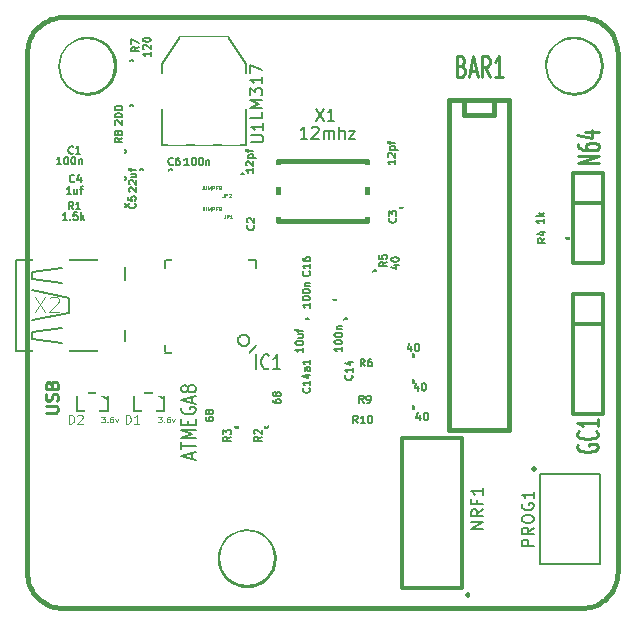
<source format=gto>
G04 (created by PCBNEW-RS274X (2012-01-19 BZR 3256)-stable) date 24-08-2012 12:31:56*
G01*
G70*
G90*
%MOIN*%
G04 Gerber Fmt 3.4, Leading zero omitted, Abs format*
%FSLAX34Y34*%
G04 APERTURE LIST*
%ADD10C,0.006000*%
%ADD11C,0.012000*%
%ADD12C,0.015000*%
%ADD13C,0.005000*%
%ADD14C,0.008000*%
%ADD15C,0.003000*%
%ADD16C,0.003500*%
%ADD17C,0.010000*%
%ADD18C,0.010700*%
%ADD19C,0.011300*%
%ADD20C,0.010600*%
%ADD21C,0.006200*%
%ADD22R,0.098700X0.037700*%
%ADD23R,0.037700X0.098700*%
%ADD24R,0.047600X0.059400*%
%ADD25R,0.164000X0.100000*%
%ADD26R,0.060000X0.100000*%
%ADD27R,0.055000X0.075000*%
%ADD28R,0.075000X0.055000*%
%ADD29R,0.118400X0.039600*%
%ADD30R,0.118400X0.098700*%
%ADD31C,0.075400*%
%ADD32R,0.075000X0.075000*%
%ADD33C,0.075000*%
%ADD34R,0.080000X0.080000*%
%ADD35C,0.080000*%
%ADD36R,0.035700X0.043600*%
%ADD37C,0.180000*%
%ADD38R,0.106600X0.075100*%
G04 APERTURE END LIST*
G54D10*
G54D11*
X47559Y-58988D02*
X47587Y-59026D01*
X47559Y-59064D01*
X47530Y-59026D01*
X47559Y-58988D01*
X47559Y-59064D01*
X49764Y-54776D02*
X49792Y-54814D01*
X49764Y-54852D01*
X49735Y-54814D01*
X49764Y-54776D01*
X49764Y-54852D01*
G54D12*
X51378Y-59449D02*
X51480Y-59444D01*
X51583Y-59431D01*
X51683Y-59408D01*
X51781Y-59377D01*
X51877Y-59338D01*
X51968Y-59290D01*
X52055Y-59235D01*
X52137Y-59172D01*
X52213Y-59103D01*
X52282Y-59027D01*
X52345Y-58945D01*
X52400Y-58858D01*
X52448Y-58767D01*
X52487Y-58671D01*
X52518Y-58573D01*
X52541Y-58473D01*
X52554Y-58370D01*
X52559Y-58268D01*
X52559Y-40945D02*
X52554Y-40843D01*
X52541Y-40740D01*
X52518Y-40640D01*
X52487Y-40542D01*
X52448Y-40446D01*
X52400Y-40355D01*
X52345Y-40268D01*
X52282Y-40186D01*
X52213Y-40110D01*
X52137Y-40041D01*
X52055Y-39978D01*
X51968Y-39923D01*
X51877Y-39875D01*
X51781Y-39836D01*
X51683Y-39805D01*
X51583Y-39782D01*
X51480Y-39769D01*
X51378Y-39764D01*
X32874Y-58268D02*
X32879Y-58370D01*
X32892Y-58473D01*
X32915Y-58573D01*
X32946Y-58671D01*
X32985Y-58767D01*
X33033Y-58858D01*
X33088Y-58945D01*
X33151Y-59027D01*
X33220Y-59103D01*
X33296Y-59172D01*
X33378Y-59235D01*
X33465Y-59290D01*
X33556Y-59338D01*
X33652Y-59377D01*
X33750Y-59408D01*
X33850Y-59431D01*
X33953Y-59444D01*
X34055Y-59449D01*
X34055Y-39764D02*
X33953Y-39769D01*
X33850Y-39782D01*
X33750Y-39805D01*
X33652Y-39836D01*
X33556Y-39875D01*
X33465Y-39923D01*
X33378Y-39978D01*
X33296Y-40041D01*
X33220Y-40110D01*
X33151Y-40186D01*
X33088Y-40268D01*
X33033Y-40355D01*
X32985Y-40446D01*
X32946Y-40542D01*
X32915Y-40640D01*
X32892Y-40740D01*
X32879Y-40843D01*
X32874Y-40945D01*
X32874Y-58268D02*
X32874Y-40945D01*
X51378Y-59449D02*
X34055Y-59449D01*
X52559Y-40945D02*
X52559Y-58268D01*
X34055Y-39764D02*
X51378Y-39764D01*
G54D10*
X36997Y-48319D02*
X37447Y-48319D01*
X36997Y-50499D02*
X37437Y-50499D01*
X36997Y-48319D02*
X36997Y-50499D01*
X37877Y-47849D02*
X37877Y-47419D01*
X40087Y-47839D02*
X40087Y-47419D01*
X40097Y-47419D02*
X37877Y-47409D01*
X40077Y-51389D02*
X37907Y-51399D01*
X40507Y-50699D02*
X40507Y-47869D01*
X37897Y-51389D02*
X37897Y-50979D01*
X40257Y-50939D02*
X37477Y-50939D01*
X37457Y-47859D02*
X37457Y-50899D01*
X40507Y-47859D02*
X37507Y-47859D01*
X40957Y-50529D02*
X40957Y-48309D01*
X40957Y-48309D02*
X40507Y-48309D01*
X40503Y-50709D02*
X40273Y-50939D01*
X40955Y-50529D02*
X40503Y-50529D01*
X40077Y-50939D02*
X40077Y-51391D01*
X40283Y-50535D02*
X40279Y-50571D01*
X40268Y-50606D01*
X40251Y-50639D01*
X40228Y-50667D01*
X40200Y-50690D01*
X40167Y-50708D01*
X40132Y-50719D01*
X40096Y-50722D01*
X40060Y-50719D01*
X40025Y-50709D01*
X39993Y-50692D01*
X39964Y-50669D01*
X39940Y-50641D01*
X39923Y-50609D01*
X39912Y-50574D01*
X39908Y-50537D01*
X39911Y-50502D01*
X39921Y-50466D01*
X39937Y-50434D01*
X39960Y-50405D01*
X39988Y-50381D01*
X40020Y-50363D01*
X40055Y-50352D01*
X40092Y-50348D01*
X40127Y-50350D01*
X40162Y-50360D01*
X40195Y-50377D01*
X40224Y-50399D01*
X40248Y-50427D01*
X40266Y-50459D01*
X40278Y-50494D01*
X40282Y-50530D01*
X40283Y-50535D01*
G54D13*
X37129Y-52298D02*
X37429Y-52498D01*
X36429Y-52298D02*
X37454Y-52298D01*
X37454Y-52298D02*
X37454Y-52898D01*
X37454Y-52898D02*
X36429Y-52898D01*
X36429Y-52898D02*
X36429Y-52298D01*
X35239Y-52298D02*
X35539Y-52498D01*
X34539Y-52298D02*
X35564Y-52298D01*
X35564Y-52298D02*
X35564Y-52898D01*
X35564Y-52898D02*
X34539Y-52898D01*
X34539Y-52898D02*
X34539Y-52298D01*
G54D14*
X37381Y-42805D02*
X37381Y-44005D01*
X37381Y-44005D02*
X40181Y-44005D01*
X40181Y-44005D02*
X40181Y-42805D01*
X37381Y-41605D02*
X37381Y-41305D01*
X37381Y-41305D02*
X37981Y-40405D01*
X37981Y-40405D02*
X39581Y-40405D01*
X39581Y-40405D02*
X40181Y-41305D01*
X40181Y-41305D02*
X40181Y-41605D01*
G54D13*
X36173Y-45133D02*
X36172Y-45142D01*
X36169Y-45152D01*
X36164Y-45160D01*
X36158Y-45168D01*
X36150Y-45174D01*
X36142Y-45179D01*
X36133Y-45181D01*
X36123Y-45182D01*
X36114Y-45182D01*
X36105Y-45179D01*
X36096Y-45174D01*
X36089Y-45168D01*
X36082Y-45161D01*
X36078Y-45152D01*
X36075Y-45143D01*
X36074Y-45133D01*
X36074Y-45124D01*
X36077Y-45115D01*
X36081Y-45106D01*
X36088Y-45099D01*
X36095Y-45092D01*
X36103Y-45088D01*
X36113Y-45085D01*
X36122Y-45084D01*
X36131Y-45084D01*
X36141Y-45087D01*
X36149Y-45091D01*
X36157Y-45097D01*
X36163Y-45105D01*
X36168Y-45113D01*
X36171Y-45122D01*
X36172Y-45132D01*
X36173Y-45133D01*
X35673Y-45133D02*
X36073Y-45133D01*
X36073Y-45133D02*
X36073Y-45733D01*
X36073Y-45733D02*
X35673Y-45733D01*
X35273Y-45733D02*
X34873Y-45733D01*
X34873Y-45733D02*
X34873Y-45133D01*
X34873Y-45133D02*
X35273Y-45133D01*
X36172Y-46039D02*
X36171Y-46048D01*
X36168Y-46058D01*
X36163Y-46066D01*
X36157Y-46074D01*
X36149Y-46080D01*
X36141Y-46085D01*
X36132Y-46087D01*
X36122Y-46088D01*
X36113Y-46088D01*
X36104Y-46085D01*
X36095Y-46080D01*
X36088Y-46074D01*
X36081Y-46067D01*
X36077Y-46058D01*
X36074Y-46049D01*
X36073Y-46039D01*
X36073Y-46030D01*
X36076Y-46021D01*
X36080Y-46012D01*
X36087Y-46005D01*
X36094Y-45998D01*
X36102Y-45994D01*
X36112Y-45991D01*
X36121Y-45990D01*
X36130Y-45990D01*
X36140Y-45993D01*
X36148Y-45997D01*
X36156Y-46003D01*
X36162Y-46011D01*
X36167Y-46019D01*
X36170Y-46028D01*
X36171Y-46038D01*
X36172Y-46039D01*
X35672Y-46039D02*
X36072Y-46039D01*
X36072Y-46039D02*
X36072Y-46639D01*
X36072Y-46639D02*
X35672Y-46639D01*
X35272Y-46639D02*
X34872Y-46639D01*
X34872Y-46639D02*
X34872Y-46039D01*
X34872Y-46039D02*
X35272Y-46039D01*
X39917Y-53406D02*
X39916Y-53415D01*
X39913Y-53425D01*
X39908Y-53433D01*
X39902Y-53441D01*
X39894Y-53447D01*
X39886Y-53452D01*
X39877Y-53454D01*
X39867Y-53455D01*
X39858Y-53455D01*
X39849Y-53452D01*
X39840Y-53447D01*
X39833Y-53441D01*
X39826Y-53434D01*
X39822Y-53425D01*
X39819Y-53416D01*
X39818Y-53406D01*
X39818Y-53397D01*
X39821Y-53388D01*
X39825Y-53379D01*
X39832Y-53372D01*
X39839Y-53365D01*
X39847Y-53361D01*
X39857Y-53358D01*
X39866Y-53357D01*
X39875Y-53357D01*
X39885Y-53360D01*
X39893Y-53364D01*
X39901Y-53370D01*
X39907Y-53378D01*
X39912Y-53386D01*
X39915Y-53395D01*
X39916Y-53405D01*
X39917Y-53406D01*
X39867Y-52956D02*
X39867Y-53356D01*
X39867Y-53356D02*
X39267Y-53356D01*
X39267Y-53356D02*
X39267Y-52956D01*
X39267Y-52556D02*
X39267Y-52156D01*
X39267Y-52156D02*
X39867Y-52156D01*
X39867Y-52156D02*
X39867Y-52556D01*
X40901Y-53406D02*
X40900Y-53415D01*
X40897Y-53425D01*
X40892Y-53433D01*
X40886Y-53441D01*
X40878Y-53447D01*
X40870Y-53452D01*
X40861Y-53454D01*
X40851Y-53455D01*
X40842Y-53455D01*
X40833Y-53452D01*
X40824Y-53447D01*
X40817Y-53441D01*
X40810Y-53434D01*
X40806Y-53425D01*
X40803Y-53416D01*
X40802Y-53406D01*
X40802Y-53397D01*
X40805Y-53388D01*
X40809Y-53379D01*
X40816Y-53372D01*
X40823Y-53365D01*
X40831Y-53361D01*
X40841Y-53358D01*
X40850Y-53357D01*
X40859Y-53357D01*
X40869Y-53360D01*
X40877Y-53364D01*
X40885Y-53370D01*
X40891Y-53378D01*
X40896Y-53386D01*
X40899Y-53395D01*
X40900Y-53405D01*
X40901Y-53406D01*
X40851Y-52956D02*
X40851Y-53356D01*
X40851Y-53356D02*
X40251Y-53356D01*
X40251Y-53356D02*
X40251Y-52956D01*
X40251Y-52556D02*
X40251Y-52156D01*
X40251Y-52156D02*
X40851Y-52156D01*
X40851Y-52156D02*
X40851Y-52556D01*
X42270Y-49842D02*
X42269Y-49851D01*
X42266Y-49861D01*
X42261Y-49869D01*
X42255Y-49877D01*
X42247Y-49883D01*
X42239Y-49888D01*
X42230Y-49890D01*
X42220Y-49891D01*
X42211Y-49891D01*
X42202Y-49888D01*
X42193Y-49883D01*
X42186Y-49877D01*
X42179Y-49870D01*
X42175Y-49861D01*
X42172Y-49852D01*
X42171Y-49842D01*
X42171Y-49833D01*
X42174Y-49824D01*
X42178Y-49815D01*
X42185Y-49808D01*
X42192Y-49801D01*
X42200Y-49797D01*
X42210Y-49794D01*
X42219Y-49793D01*
X42228Y-49793D01*
X42238Y-49796D01*
X42246Y-49800D01*
X42254Y-49806D01*
X42260Y-49814D01*
X42265Y-49822D01*
X42268Y-49831D01*
X42269Y-49841D01*
X42270Y-49842D01*
X42220Y-50292D02*
X42220Y-49892D01*
X42220Y-49892D02*
X42820Y-49892D01*
X42820Y-49892D02*
X42820Y-50292D01*
X42820Y-50692D02*
X42820Y-51092D01*
X42820Y-51092D02*
X42220Y-51092D01*
X42220Y-51092D02*
X42220Y-50692D01*
X50941Y-47107D02*
X50940Y-47116D01*
X50937Y-47126D01*
X50932Y-47134D01*
X50926Y-47142D01*
X50918Y-47148D01*
X50910Y-47153D01*
X50901Y-47155D01*
X50891Y-47156D01*
X50882Y-47156D01*
X50873Y-47153D01*
X50864Y-47148D01*
X50857Y-47142D01*
X50850Y-47135D01*
X50846Y-47126D01*
X50843Y-47117D01*
X50842Y-47107D01*
X50842Y-47098D01*
X50845Y-47089D01*
X50849Y-47080D01*
X50856Y-47073D01*
X50863Y-47066D01*
X50871Y-47062D01*
X50881Y-47059D01*
X50890Y-47058D01*
X50899Y-47058D01*
X50909Y-47061D01*
X50917Y-47065D01*
X50925Y-47071D01*
X50931Y-47079D01*
X50936Y-47087D01*
X50939Y-47096D01*
X50940Y-47106D01*
X50941Y-47107D01*
X50891Y-46657D02*
X50891Y-47057D01*
X50891Y-47057D02*
X50291Y-47057D01*
X50291Y-47057D02*
X50291Y-46657D01*
X50291Y-46257D02*
X50291Y-45857D01*
X50291Y-45857D02*
X50891Y-45857D01*
X50891Y-45857D02*
X50891Y-46257D01*
X45390Y-46083D02*
X45389Y-46092D01*
X45386Y-46102D01*
X45381Y-46110D01*
X45375Y-46118D01*
X45367Y-46124D01*
X45359Y-46129D01*
X45350Y-46131D01*
X45340Y-46132D01*
X45331Y-46132D01*
X45322Y-46129D01*
X45313Y-46124D01*
X45306Y-46118D01*
X45299Y-46111D01*
X45295Y-46102D01*
X45292Y-46093D01*
X45291Y-46083D01*
X45291Y-46074D01*
X45294Y-46065D01*
X45298Y-46056D01*
X45305Y-46049D01*
X45312Y-46042D01*
X45320Y-46038D01*
X45330Y-46035D01*
X45339Y-46034D01*
X45348Y-46034D01*
X45358Y-46037D01*
X45366Y-46041D01*
X45374Y-46047D01*
X45380Y-46055D01*
X45385Y-46063D01*
X45388Y-46072D01*
X45389Y-46082D01*
X45390Y-46083D01*
X45340Y-45633D02*
X45340Y-46033D01*
X45340Y-46033D02*
X44740Y-46033D01*
X44740Y-46033D02*
X44740Y-45633D01*
X44740Y-45233D02*
X44740Y-44833D01*
X44740Y-44833D02*
X45340Y-44833D01*
X45340Y-44833D02*
X45340Y-45233D01*
X40104Y-45019D02*
X40103Y-45028D01*
X40100Y-45038D01*
X40095Y-45046D01*
X40089Y-45054D01*
X40081Y-45060D01*
X40073Y-45065D01*
X40064Y-45067D01*
X40054Y-45068D01*
X40045Y-45068D01*
X40036Y-45065D01*
X40027Y-45060D01*
X40020Y-45054D01*
X40013Y-45047D01*
X40009Y-45038D01*
X40006Y-45029D01*
X40005Y-45019D01*
X40005Y-45010D01*
X40008Y-45001D01*
X40012Y-44992D01*
X40019Y-44985D01*
X40026Y-44978D01*
X40034Y-44974D01*
X40044Y-44971D01*
X40053Y-44970D01*
X40062Y-44970D01*
X40072Y-44973D01*
X40080Y-44977D01*
X40088Y-44983D01*
X40094Y-44991D01*
X40099Y-44999D01*
X40102Y-45008D01*
X40103Y-45018D01*
X40104Y-45019D01*
X40054Y-45469D02*
X40054Y-45069D01*
X40054Y-45069D02*
X40654Y-45069D01*
X40654Y-45069D02*
X40654Y-45469D01*
X40654Y-45869D02*
X40654Y-46269D01*
X40654Y-46269D02*
X40054Y-46269D01*
X40054Y-46269D02*
X40054Y-45869D01*
X36405Y-42736D02*
X36404Y-42745D01*
X36401Y-42755D01*
X36396Y-42763D01*
X36390Y-42771D01*
X36382Y-42777D01*
X36374Y-42782D01*
X36365Y-42784D01*
X36355Y-42785D01*
X36346Y-42785D01*
X36337Y-42782D01*
X36328Y-42777D01*
X36321Y-42771D01*
X36314Y-42764D01*
X36310Y-42755D01*
X36307Y-42746D01*
X36306Y-42736D01*
X36306Y-42727D01*
X36309Y-42718D01*
X36313Y-42709D01*
X36320Y-42702D01*
X36327Y-42695D01*
X36335Y-42691D01*
X36345Y-42688D01*
X36354Y-42687D01*
X36363Y-42687D01*
X36373Y-42690D01*
X36381Y-42694D01*
X36389Y-42700D01*
X36395Y-42708D01*
X36400Y-42716D01*
X36403Y-42725D01*
X36404Y-42735D01*
X36405Y-42736D01*
X36355Y-43186D02*
X36355Y-42786D01*
X36355Y-42786D02*
X36955Y-42786D01*
X36955Y-42786D02*
X36955Y-43186D01*
X36955Y-43586D02*
X36955Y-43986D01*
X36955Y-43986D02*
X36355Y-43986D01*
X36355Y-43986D02*
X36355Y-43586D01*
X36405Y-41240D02*
X36404Y-41249D01*
X36401Y-41259D01*
X36396Y-41267D01*
X36390Y-41275D01*
X36382Y-41281D01*
X36374Y-41286D01*
X36365Y-41288D01*
X36355Y-41289D01*
X36346Y-41289D01*
X36337Y-41286D01*
X36328Y-41281D01*
X36321Y-41275D01*
X36314Y-41268D01*
X36310Y-41259D01*
X36307Y-41250D01*
X36306Y-41240D01*
X36306Y-41231D01*
X36309Y-41222D01*
X36313Y-41213D01*
X36320Y-41206D01*
X36327Y-41199D01*
X36335Y-41195D01*
X36345Y-41192D01*
X36354Y-41191D01*
X36363Y-41191D01*
X36373Y-41194D01*
X36381Y-41198D01*
X36389Y-41204D01*
X36395Y-41212D01*
X36400Y-41220D01*
X36403Y-41229D01*
X36404Y-41239D01*
X36405Y-41240D01*
X36355Y-41690D02*
X36355Y-41290D01*
X36355Y-41290D02*
X36955Y-41290D01*
X36955Y-41290D02*
X36955Y-41690D01*
X36955Y-42090D02*
X36955Y-42490D01*
X36955Y-42490D02*
X36355Y-42490D01*
X36355Y-42490D02*
X36355Y-42090D01*
X36732Y-44862D02*
X36731Y-44871D01*
X36728Y-44881D01*
X36723Y-44889D01*
X36717Y-44897D01*
X36709Y-44903D01*
X36701Y-44908D01*
X36692Y-44910D01*
X36682Y-44911D01*
X36673Y-44911D01*
X36664Y-44908D01*
X36655Y-44903D01*
X36648Y-44897D01*
X36641Y-44890D01*
X36637Y-44881D01*
X36634Y-44872D01*
X36633Y-44862D01*
X36633Y-44853D01*
X36636Y-44844D01*
X36640Y-44835D01*
X36647Y-44828D01*
X36654Y-44821D01*
X36662Y-44817D01*
X36672Y-44814D01*
X36681Y-44813D01*
X36690Y-44813D01*
X36700Y-44816D01*
X36708Y-44820D01*
X36716Y-44826D01*
X36722Y-44834D01*
X36727Y-44842D01*
X36730Y-44851D01*
X36731Y-44861D01*
X36732Y-44862D01*
X36682Y-45312D02*
X36682Y-44912D01*
X36682Y-44912D02*
X37282Y-44912D01*
X37282Y-44912D02*
X37282Y-45312D01*
X37282Y-45712D02*
X37282Y-46112D01*
X37282Y-46112D02*
X36682Y-46112D01*
X36682Y-46112D02*
X36682Y-45712D01*
X43549Y-49842D02*
X43548Y-49851D01*
X43545Y-49861D01*
X43540Y-49869D01*
X43534Y-49877D01*
X43526Y-49883D01*
X43518Y-49888D01*
X43509Y-49890D01*
X43499Y-49891D01*
X43490Y-49891D01*
X43481Y-49888D01*
X43472Y-49883D01*
X43465Y-49877D01*
X43458Y-49870D01*
X43454Y-49861D01*
X43451Y-49852D01*
X43450Y-49842D01*
X43450Y-49833D01*
X43453Y-49824D01*
X43457Y-49815D01*
X43464Y-49808D01*
X43471Y-49801D01*
X43479Y-49797D01*
X43489Y-49794D01*
X43498Y-49793D01*
X43507Y-49793D01*
X43517Y-49796D01*
X43525Y-49800D01*
X43533Y-49806D01*
X43539Y-49814D01*
X43544Y-49822D01*
X43547Y-49831D01*
X43548Y-49841D01*
X43549Y-49842D01*
X43499Y-50292D02*
X43499Y-49892D01*
X43499Y-49892D02*
X44099Y-49892D01*
X44099Y-49892D02*
X44099Y-50292D01*
X44099Y-50692D02*
X44099Y-51092D01*
X44099Y-51092D02*
X43499Y-51092D01*
X43499Y-51092D02*
X43499Y-50692D01*
X43185Y-49154D02*
X43184Y-49163D01*
X43181Y-49173D01*
X43176Y-49181D01*
X43170Y-49189D01*
X43162Y-49195D01*
X43154Y-49200D01*
X43145Y-49202D01*
X43135Y-49203D01*
X43126Y-49203D01*
X43117Y-49200D01*
X43108Y-49195D01*
X43101Y-49189D01*
X43094Y-49182D01*
X43090Y-49173D01*
X43087Y-49164D01*
X43086Y-49154D01*
X43086Y-49145D01*
X43089Y-49136D01*
X43093Y-49127D01*
X43100Y-49120D01*
X43107Y-49113D01*
X43115Y-49109D01*
X43125Y-49106D01*
X43134Y-49105D01*
X43143Y-49105D01*
X43153Y-49108D01*
X43161Y-49112D01*
X43169Y-49118D01*
X43175Y-49126D01*
X43180Y-49134D01*
X43183Y-49143D01*
X43184Y-49153D01*
X43185Y-49154D01*
X43135Y-48704D02*
X43135Y-49104D01*
X43135Y-49104D02*
X42535Y-49104D01*
X42535Y-49104D02*
X42535Y-48704D01*
X42535Y-48304D02*
X42535Y-47904D01*
X42535Y-47904D02*
X43135Y-47904D01*
X43135Y-47904D02*
X43135Y-48304D01*
X44514Y-48248D02*
X44513Y-48257D01*
X44510Y-48267D01*
X44505Y-48275D01*
X44499Y-48283D01*
X44491Y-48289D01*
X44483Y-48294D01*
X44474Y-48296D01*
X44464Y-48297D01*
X44455Y-48297D01*
X44446Y-48294D01*
X44437Y-48289D01*
X44430Y-48283D01*
X44423Y-48276D01*
X44419Y-48267D01*
X44416Y-48258D01*
X44415Y-48248D01*
X44415Y-48239D01*
X44418Y-48230D01*
X44422Y-48221D01*
X44429Y-48214D01*
X44436Y-48207D01*
X44444Y-48203D01*
X44454Y-48200D01*
X44463Y-48199D01*
X44472Y-48199D01*
X44482Y-48202D01*
X44490Y-48206D01*
X44498Y-48212D01*
X44504Y-48220D01*
X44509Y-48228D01*
X44512Y-48237D01*
X44513Y-48247D01*
X44514Y-48248D01*
X44464Y-48698D02*
X44464Y-48298D01*
X44464Y-48298D02*
X45064Y-48298D01*
X45064Y-48298D02*
X45064Y-48698D01*
X45064Y-49098D02*
X45064Y-49498D01*
X45064Y-49498D02*
X44464Y-49498D01*
X44464Y-49498D02*
X44464Y-49098D01*
X36173Y-44228D02*
X36172Y-44237D01*
X36169Y-44247D01*
X36164Y-44255D01*
X36158Y-44263D01*
X36150Y-44269D01*
X36142Y-44274D01*
X36133Y-44276D01*
X36123Y-44277D01*
X36114Y-44277D01*
X36105Y-44274D01*
X36096Y-44269D01*
X36089Y-44263D01*
X36082Y-44256D01*
X36078Y-44247D01*
X36075Y-44238D01*
X36074Y-44228D01*
X36074Y-44219D01*
X36077Y-44210D01*
X36081Y-44201D01*
X36088Y-44194D01*
X36095Y-44187D01*
X36103Y-44183D01*
X36113Y-44180D01*
X36122Y-44179D01*
X36131Y-44179D01*
X36141Y-44182D01*
X36149Y-44186D01*
X36157Y-44192D01*
X36163Y-44200D01*
X36168Y-44208D01*
X36171Y-44217D01*
X36172Y-44227D01*
X36173Y-44228D01*
X35673Y-44228D02*
X36073Y-44228D01*
X36073Y-44228D02*
X36073Y-44828D01*
X36073Y-44828D02*
X35673Y-44828D01*
X35273Y-44828D02*
X34873Y-44828D01*
X34873Y-44828D02*
X34873Y-44228D01*
X34873Y-44228D02*
X35273Y-44228D01*
X37716Y-44862D02*
X37715Y-44871D01*
X37712Y-44881D01*
X37707Y-44889D01*
X37701Y-44897D01*
X37693Y-44903D01*
X37685Y-44908D01*
X37676Y-44910D01*
X37666Y-44911D01*
X37657Y-44911D01*
X37648Y-44908D01*
X37639Y-44903D01*
X37632Y-44897D01*
X37625Y-44890D01*
X37621Y-44881D01*
X37618Y-44872D01*
X37617Y-44862D01*
X37617Y-44853D01*
X37620Y-44844D01*
X37624Y-44835D01*
X37631Y-44828D01*
X37638Y-44821D01*
X37646Y-44817D01*
X37656Y-44814D01*
X37665Y-44813D01*
X37674Y-44813D01*
X37684Y-44816D01*
X37692Y-44820D01*
X37700Y-44826D01*
X37706Y-44834D01*
X37711Y-44842D01*
X37714Y-44851D01*
X37715Y-44861D01*
X37716Y-44862D01*
X37666Y-45312D02*
X37666Y-44912D01*
X37666Y-44912D02*
X38266Y-44912D01*
X38266Y-44912D02*
X38266Y-45312D01*
X38266Y-45712D02*
X38266Y-46112D01*
X38266Y-46112D02*
X37666Y-46112D01*
X37666Y-46112D02*
X37666Y-45712D01*
X32501Y-47855D02*
X32501Y-50885D01*
X32501Y-47855D02*
X36142Y-47855D01*
X36142Y-47855D02*
X36142Y-50885D01*
X36142Y-50885D02*
X32501Y-50885D01*
X33027Y-48870D02*
X34277Y-49120D01*
X34277Y-49120D02*
X34277Y-49620D01*
X34277Y-49620D02*
X33027Y-49870D01*
X34027Y-50620D02*
X33027Y-50495D01*
X33027Y-50495D02*
X33027Y-50245D01*
X33027Y-50245D02*
X34027Y-50120D01*
X34027Y-48120D02*
X33027Y-48245D01*
X33027Y-48245D02*
X33027Y-48495D01*
X33027Y-48495D02*
X34027Y-48620D01*
X45779Y-51039D02*
X45778Y-51048D01*
X45775Y-51058D01*
X45770Y-51066D01*
X45764Y-51074D01*
X45756Y-51080D01*
X45748Y-51085D01*
X45739Y-51087D01*
X45729Y-51088D01*
X45720Y-51088D01*
X45711Y-51085D01*
X45702Y-51080D01*
X45695Y-51074D01*
X45688Y-51067D01*
X45684Y-51058D01*
X45681Y-51049D01*
X45680Y-51039D01*
X45680Y-51030D01*
X45683Y-51021D01*
X45687Y-51012D01*
X45694Y-51005D01*
X45701Y-50998D01*
X45709Y-50994D01*
X45719Y-50991D01*
X45728Y-50990D01*
X45737Y-50990D01*
X45747Y-50993D01*
X45755Y-50997D01*
X45763Y-51003D01*
X45769Y-51011D01*
X45774Y-51019D01*
X45777Y-51028D01*
X45778Y-51038D01*
X45779Y-51039D01*
X45279Y-51039D02*
X45679Y-51039D01*
X45679Y-51039D02*
X45679Y-51639D01*
X45679Y-51639D02*
X45279Y-51639D01*
X44879Y-51639D02*
X44479Y-51639D01*
X44479Y-51639D02*
X44479Y-51039D01*
X44479Y-51039D02*
X44879Y-51039D01*
X45779Y-51905D02*
X45778Y-51914D01*
X45775Y-51924D01*
X45770Y-51932D01*
X45764Y-51940D01*
X45756Y-51946D01*
X45748Y-51951D01*
X45739Y-51953D01*
X45729Y-51954D01*
X45720Y-51954D01*
X45711Y-51951D01*
X45702Y-51946D01*
X45695Y-51940D01*
X45688Y-51933D01*
X45684Y-51924D01*
X45681Y-51915D01*
X45680Y-51905D01*
X45680Y-51896D01*
X45683Y-51887D01*
X45687Y-51878D01*
X45694Y-51871D01*
X45701Y-51864D01*
X45709Y-51860D01*
X45719Y-51857D01*
X45728Y-51856D01*
X45737Y-51856D01*
X45747Y-51859D01*
X45755Y-51863D01*
X45763Y-51869D01*
X45769Y-51877D01*
X45774Y-51885D01*
X45777Y-51894D01*
X45778Y-51904D01*
X45779Y-51905D01*
X45279Y-51905D02*
X45679Y-51905D01*
X45679Y-51905D02*
X45679Y-52505D01*
X45679Y-52505D02*
X45279Y-52505D01*
X44879Y-52505D02*
X44479Y-52505D01*
X44479Y-52505D02*
X44479Y-51905D01*
X44479Y-51905D02*
X44879Y-51905D01*
X45779Y-52771D02*
X45778Y-52780D01*
X45775Y-52790D01*
X45770Y-52798D01*
X45764Y-52806D01*
X45756Y-52812D01*
X45748Y-52817D01*
X45739Y-52819D01*
X45729Y-52820D01*
X45720Y-52820D01*
X45711Y-52817D01*
X45702Y-52812D01*
X45695Y-52806D01*
X45688Y-52799D01*
X45684Y-52790D01*
X45681Y-52781D01*
X45680Y-52771D01*
X45680Y-52762D01*
X45683Y-52753D01*
X45687Y-52744D01*
X45694Y-52737D01*
X45701Y-52730D01*
X45709Y-52726D01*
X45719Y-52723D01*
X45728Y-52722D01*
X45737Y-52722D01*
X45747Y-52725D01*
X45755Y-52729D01*
X45763Y-52735D01*
X45769Y-52743D01*
X45774Y-52751D01*
X45777Y-52760D01*
X45778Y-52770D01*
X45779Y-52771D01*
X45279Y-52771D02*
X45679Y-52771D01*
X45679Y-52771D02*
X45679Y-53371D01*
X45679Y-53371D02*
X45279Y-53371D01*
X44879Y-53371D02*
X44479Y-53371D01*
X44479Y-53371D02*
X44479Y-52771D01*
X44479Y-52771D02*
X44879Y-52771D01*
G54D11*
X52075Y-48984D02*
X52075Y-48984D01*
X51075Y-48984D02*
X52075Y-48984D01*
X52075Y-48984D02*
X52075Y-48984D01*
X52075Y-48984D02*
X52075Y-52984D01*
X52075Y-52984D02*
X51075Y-52984D01*
X51075Y-52984D02*
X51075Y-48984D01*
X51075Y-49984D02*
X52075Y-49984D01*
X45378Y-58799D02*
X45378Y-53799D01*
X45378Y-53799D02*
X47378Y-53799D01*
X47378Y-53799D02*
X47378Y-58799D01*
X47378Y-58799D02*
X45378Y-58799D01*
G54D14*
X49984Y-57996D02*
X49984Y-54996D01*
X51984Y-54996D02*
X51984Y-57996D01*
X51984Y-57996D02*
X49984Y-57996D01*
X49984Y-54996D02*
X51984Y-54996D01*
G54D12*
X48453Y-42531D02*
X48453Y-43031D01*
X48453Y-43031D02*
X47453Y-43031D01*
X47453Y-43031D02*
X47453Y-42531D01*
X48953Y-42531D02*
X48953Y-53531D01*
X48953Y-53531D02*
X46953Y-53531D01*
X46953Y-53531D02*
X46953Y-42531D01*
X46953Y-42531D02*
X48953Y-42531D01*
G54D13*
X38916Y-45559D02*
X38716Y-45559D01*
X38716Y-45559D02*
X38716Y-45859D01*
X38716Y-45859D02*
X38916Y-45859D01*
X39116Y-45559D02*
X39316Y-45559D01*
X39316Y-45559D02*
X39316Y-45859D01*
X39316Y-45859D02*
X39116Y-45859D01*
X38916Y-46267D02*
X38716Y-46267D01*
X38716Y-46267D02*
X38716Y-46567D01*
X38716Y-46567D02*
X38916Y-46567D01*
X39116Y-46267D02*
X39316Y-46267D01*
X39316Y-46267D02*
X39316Y-46567D01*
X39316Y-46567D02*
X39116Y-46567D01*
G54D11*
X51075Y-44957D02*
X52075Y-44957D01*
X52075Y-44957D02*
X52075Y-47957D01*
X52075Y-47957D02*
X51075Y-47957D01*
X51075Y-47957D02*
X51075Y-44957D01*
X52075Y-45957D02*
X51075Y-45957D01*
G54D12*
X35782Y-41378D02*
X35764Y-41552D01*
X35714Y-41720D01*
X35631Y-41876D01*
X35520Y-42012D01*
X35385Y-42124D01*
X35230Y-42207D01*
X35062Y-42259D01*
X34888Y-42277D01*
X34714Y-42262D01*
X34545Y-42212D01*
X34390Y-42131D01*
X34253Y-42021D01*
X34140Y-41886D01*
X34055Y-41732D01*
X34002Y-41565D01*
X33983Y-41390D01*
X33997Y-41216D01*
X34046Y-41047D01*
X34126Y-40891D01*
X34235Y-40753D01*
X34369Y-40639D01*
X34522Y-40554D01*
X34689Y-40499D01*
X34864Y-40479D01*
X35038Y-40492D01*
X35207Y-40539D01*
X35364Y-40619D01*
X35502Y-40727D01*
X35617Y-40860D01*
X35704Y-41012D01*
X35759Y-41179D01*
X35781Y-41353D01*
X35782Y-41378D01*
X52003Y-41378D02*
X51985Y-41552D01*
X51935Y-41720D01*
X51852Y-41876D01*
X51741Y-42012D01*
X51606Y-42124D01*
X51451Y-42207D01*
X51283Y-42259D01*
X51109Y-42277D01*
X50935Y-42262D01*
X50766Y-42212D01*
X50611Y-42131D01*
X50474Y-42021D01*
X50361Y-41886D01*
X50276Y-41732D01*
X50223Y-41565D01*
X50204Y-41390D01*
X50218Y-41216D01*
X50267Y-41047D01*
X50347Y-40891D01*
X50456Y-40753D01*
X50590Y-40639D01*
X50743Y-40554D01*
X50910Y-40499D01*
X51085Y-40479D01*
X51259Y-40492D01*
X51428Y-40539D01*
X51585Y-40619D01*
X51723Y-40727D01*
X51838Y-40860D01*
X51925Y-41012D01*
X51980Y-41179D01*
X52002Y-41353D01*
X52003Y-41378D01*
X41097Y-57795D02*
X41079Y-57969D01*
X41029Y-58137D01*
X40946Y-58293D01*
X40835Y-58429D01*
X40700Y-58541D01*
X40545Y-58624D01*
X40377Y-58676D01*
X40203Y-58694D01*
X40029Y-58679D01*
X39860Y-58629D01*
X39705Y-58548D01*
X39568Y-58438D01*
X39455Y-58303D01*
X39370Y-58149D01*
X39317Y-57982D01*
X39298Y-57807D01*
X39312Y-57633D01*
X39361Y-57464D01*
X39441Y-57308D01*
X39550Y-57170D01*
X39684Y-57056D01*
X39837Y-56971D01*
X40004Y-56916D01*
X40179Y-56896D01*
X40353Y-56909D01*
X40522Y-56956D01*
X40679Y-57036D01*
X40817Y-57144D01*
X40932Y-57277D01*
X41019Y-57429D01*
X41074Y-57596D01*
X41096Y-57770D01*
X41097Y-57795D01*
X41241Y-46555D02*
X41241Y-44547D01*
X41241Y-44547D02*
X44193Y-44547D01*
X44193Y-44547D02*
X44193Y-46555D01*
X44193Y-46555D02*
X41241Y-46555D01*
G54D14*
X40516Y-51501D02*
X40516Y-51001D01*
X40935Y-51454D02*
X40916Y-51478D01*
X40859Y-51501D01*
X40821Y-51501D01*
X40763Y-51478D01*
X40725Y-51430D01*
X40706Y-51382D01*
X40687Y-51287D01*
X40687Y-51216D01*
X40706Y-51120D01*
X40725Y-51073D01*
X40763Y-51025D01*
X40821Y-51001D01*
X40859Y-51001D01*
X40916Y-51025D01*
X40935Y-51049D01*
X41316Y-51501D02*
X41087Y-51501D01*
X41201Y-51501D02*
X41201Y-51001D01*
X41163Y-51073D01*
X41125Y-51120D01*
X41087Y-51144D01*
X38367Y-54467D02*
X38367Y-54276D01*
X38509Y-54505D02*
X38009Y-54372D01*
X38509Y-54238D01*
X38009Y-54162D02*
X38009Y-53933D01*
X38509Y-54048D02*
X38009Y-54048D01*
X38509Y-53800D02*
X38009Y-53800D01*
X38367Y-53666D01*
X38009Y-53533D01*
X38509Y-53533D01*
X38247Y-53343D02*
X38247Y-53209D01*
X38509Y-53152D02*
X38509Y-53343D01*
X38009Y-53343D01*
X38009Y-53152D01*
X38033Y-52771D02*
X38009Y-52809D01*
X38009Y-52866D01*
X38033Y-52924D01*
X38081Y-52962D01*
X38128Y-52981D01*
X38224Y-53000D01*
X38295Y-53000D01*
X38390Y-52981D01*
X38438Y-52962D01*
X38486Y-52924D01*
X38509Y-52866D01*
X38509Y-52828D01*
X38486Y-52771D01*
X38462Y-52752D01*
X38295Y-52752D01*
X38295Y-52828D01*
X38367Y-52600D02*
X38367Y-52409D01*
X38509Y-52638D02*
X38009Y-52505D01*
X38509Y-52371D01*
X38224Y-52181D02*
X38200Y-52219D01*
X38176Y-52238D01*
X38128Y-52257D01*
X38105Y-52257D01*
X38057Y-52238D01*
X38033Y-52219D01*
X38009Y-52181D01*
X38009Y-52104D01*
X38033Y-52066D01*
X38057Y-52047D01*
X38105Y-52028D01*
X38128Y-52028D01*
X38176Y-52047D01*
X38200Y-52066D01*
X38224Y-52104D01*
X38224Y-52181D01*
X38247Y-52219D01*
X38271Y-52238D01*
X38319Y-52257D01*
X38414Y-52257D01*
X38462Y-52238D01*
X38486Y-52219D01*
X38509Y-52181D01*
X38509Y-52104D01*
X38486Y-52066D01*
X38462Y-52047D01*
X38414Y-52028D01*
X38319Y-52028D01*
X38271Y-52047D01*
X38247Y-52066D01*
X38224Y-52104D01*
G54D15*
X36156Y-53310D02*
X36156Y-53010D01*
X36228Y-53010D01*
X36271Y-53025D01*
X36299Y-53053D01*
X36314Y-53082D01*
X36328Y-53139D01*
X36328Y-53182D01*
X36314Y-53239D01*
X36299Y-53268D01*
X36271Y-53296D01*
X36228Y-53310D01*
X36156Y-53310D01*
X36614Y-53310D02*
X36442Y-53310D01*
X36528Y-53310D02*
X36528Y-53010D01*
X36499Y-53053D01*
X36471Y-53082D01*
X36442Y-53096D01*
X37238Y-53071D02*
X37360Y-53071D01*
X37294Y-53146D01*
X37323Y-53146D01*
X37341Y-53156D01*
X37351Y-53165D01*
X37360Y-53184D01*
X37360Y-53231D01*
X37351Y-53249D01*
X37341Y-53259D01*
X37323Y-53268D01*
X37266Y-53268D01*
X37248Y-53259D01*
X37238Y-53249D01*
X37445Y-53249D02*
X37454Y-53259D01*
X37445Y-53268D01*
X37436Y-53259D01*
X37445Y-53249D01*
X37445Y-53268D01*
X37623Y-53071D02*
X37586Y-53071D01*
X37567Y-53081D01*
X37558Y-53090D01*
X37539Y-53118D01*
X37530Y-53156D01*
X37530Y-53231D01*
X37539Y-53249D01*
X37548Y-53259D01*
X37567Y-53268D01*
X37605Y-53268D01*
X37623Y-53259D01*
X37633Y-53249D01*
X37642Y-53231D01*
X37642Y-53184D01*
X37633Y-53165D01*
X37623Y-53156D01*
X37605Y-53146D01*
X37567Y-53146D01*
X37548Y-53156D01*
X37539Y-53165D01*
X37530Y-53184D01*
X37708Y-53137D02*
X37755Y-53268D01*
X37802Y-53137D01*
X34266Y-53310D02*
X34266Y-53010D01*
X34338Y-53010D01*
X34381Y-53025D01*
X34409Y-53053D01*
X34424Y-53082D01*
X34438Y-53139D01*
X34438Y-53182D01*
X34424Y-53239D01*
X34409Y-53268D01*
X34381Y-53296D01*
X34338Y-53310D01*
X34266Y-53310D01*
X34552Y-53039D02*
X34566Y-53025D01*
X34595Y-53010D01*
X34666Y-53010D01*
X34695Y-53025D01*
X34709Y-53039D01*
X34724Y-53068D01*
X34724Y-53096D01*
X34709Y-53139D01*
X34538Y-53310D01*
X34724Y-53310D01*
X35348Y-53071D02*
X35470Y-53071D01*
X35404Y-53146D01*
X35433Y-53146D01*
X35451Y-53156D01*
X35461Y-53165D01*
X35470Y-53184D01*
X35470Y-53231D01*
X35461Y-53249D01*
X35451Y-53259D01*
X35433Y-53268D01*
X35376Y-53268D01*
X35358Y-53259D01*
X35348Y-53249D01*
X35555Y-53249D02*
X35564Y-53259D01*
X35555Y-53268D01*
X35546Y-53259D01*
X35555Y-53249D01*
X35555Y-53268D01*
X35733Y-53071D02*
X35696Y-53071D01*
X35677Y-53081D01*
X35668Y-53090D01*
X35649Y-53118D01*
X35640Y-53156D01*
X35640Y-53231D01*
X35649Y-53249D01*
X35658Y-53259D01*
X35677Y-53268D01*
X35715Y-53268D01*
X35733Y-53259D01*
X35743Y-53249D01*
X35752Y-53231D01*
X35752Y-53184D01*
X35743Y-53165D01*
X35733Y-53156D01*
X35715Y-53146D01*
X35677Y-53146D01*
X35658Y-53156D01*
X35649Y-53165D01*
X35640Y-53184D01*
X35818Y-53137D02*
X35865Y-53268D01*
X35912Y-53137D01*
G54D14*
X40353Y-43927D02*
X40677Y-43927D01*
X40715Y-43908D01*
X40734Y-43889D01*
X40753Y-43851D01*
X40753Y-43774D01*
X40734Y-43736D01*
X40715Y-43717D01*
X40677Y-43698D01*
X40353Y-43698D01*
X40753Y-43298D02*
X40753Y-43527D01*
X40753Y-43413D02*
X40353Y-43413D01*
X40410Y-43451D01*
X40448Y-43489D01*
X40467Y-43527D01*
X40714Y-42920D02*
X40714Y-43111D01*
X40314Y-43111D01*
X40714Y-42787D02*
X40314Y-42787D01*
X40600Y-42653D01*
X40314Y-42520D01*
X40714Y-42520D01*
X40314Y-42368D02*
X40314Y-42120D01*
X40466Y-42254D01*
X40466Y-42196D01*
X40485Y-42158D01*
X40504Y-42139D01*
X40542Y-42120D01*
X40638Y-42120D01*
X40676Y-42139D01*
X40695Y-42158D01*
X40714Y-42196D01*
X40714Y-42311D01*
X40695Y-42349D01*
X40676Y-42368D01*
X40714Y-41739D02*
X40714Y-41968D01*
X40714Y-41854D02*
X40314Y-41854D01*
X40371Y-41892D01*
X40409Y-41930D01*
X40428Y-41968D01*
X40314Y-41606D02*
X40314Y-41339D01*
X40714Y-41511D01*
G54D13*
X34446Y-45234D02*
X34434Y-45246D01*
X34399Y-45258D01*
X34375Y-45258D01*
X34339Y-45246D01*
X34315Y-45222D01*
X34304Y-45199D01*
X34292Y-45151D01*
X34292Y-45115D01*
X34304Y-45068D01*
X34315Y-45044D01*
X34339Y-45020D01*
X34375Y-45008D01*
X34399Y-45008D01*
X34434Y-45020D01*
X34446Y-45032D01*
X34661Y-45092D02*
X34661Y-45258D01*
X34601Y-44996D02*
X34542Y-45175D01*
X34696Y-45175D01*
X34336Y-45652D02*
X34194Y-45652D01*
X34265Y-45652D02*
X34265Y-45402D01*
X34241Y-45438D01*
X34217Y-45462D01*
X34194Y-45474D01*
X34551Y-45486D02*
X34551Y-45652D01*
X34444Y-45486D02*
X34444Y-45616D01*
X34455Y-45640D01*
X34479Y-45652D01*
X34515Y-45652D01*
X34539Y-45640D01*
X34551Y-45628D01*
X34634Y-45486D02*
X34729Y-45486D01*
X34670Y-45652D02*
X34670Y-45438D01*
X34681Y-45414D01*
X34705Y-45402D01*
X34729Y-45402D01*
X34407Y-46164D02*
X34324Y-46045D01*
X34265Y-46164D02*
X34265Y-45914D01*
X34360Y-45914D01*
X34384Y-45926D01*
X34395Y-45938D01*
X34407Y-45962D01*
X34407Y-45998D01*
X34395Y-46021D01*
X34384Y-46033D01*
X34360Y-46045D01*
X34265Y-46045D01*
X34645Y-46164D02*
X34503Y-46164D01*
X34574Y-46164D02*
X34574Y-45914D01*
X34550Y-45950D01*
X34526Y-45974D01*
X34503Y-45986D01*
X34201Y-46518D02*
X34059Y-46518D01*
X34130Y-46518D02*
X34130Y-46268D01*
X34106Y-46304D01*
X34082Y-46328D01*
X34059Y-46340D01*
X34309Y-46494D02*
X34320Y-46506D01*
X34309Y-46518D01*
X34297Y-46506D01*
X34309Y-46494D01*
X34309Y-46518D01*
X34547Y-46268D02*
X34428Y-46268D01*
X34416Y-46387D01*
X34428Y-46375D01*
X34451Y-46363D01*
X34511Y-46363D01*
X34535Y-46375D01*
X34547Y-46387D01*
X34558Y-46411D01*
X34558Y-46471D01*
X34547Y-46494D01*
X34535Y-46506D01*
X34511Y-46518D01*
X34451Y-46518D01*
X34428Y-46506D01*
X34416Y-46494D01*
X34666Y-46518D02*
X34666Y-46268D01*
X34689Y-46423D02*
X34761Y-46518D01*
X34761Y-46352D02*
X34666Y-46447D01*
X39668Y-53743D02*
X39549Y-53826D01*
X39668Y-53885D02*
X39418Y-53885D01*
X39418Y-53790D01*
X39430Y-53766D01*
X39442Y-53755D01*
X39466Y-53743D01*
X39502Y-53743D01*
X39525Y-53755D01*
X39537Y-53766D01*
X39549Y-53790D01*
X39549Y-53885D01*
X39418Y-53659D02*
X39418Y-53505D01*
X39513Y-53588D01*
X39513Y-53552D01*
X39525Y-53528D01*
X39537Y-53516D01*
X39561Y-53505D01*
X39621Y-53505D01*
X39644Y-53516D01*
X39656Y-53528D01*
X39668Y-53552D01*
X39668Y-53624D01*
X39656Y-53647D01*
X39644Y-53659D01*
X38828Y-53102D02*
X38828Y-53150D01*
X38840Y-53174D01*
X38852Y-53186D01*
X38888Y-53209D01*
X38935Y-53221D01*
X39031Y-53221D01*
X39054Y-53209D01*
X39066Y-53198D01*
X39078Y-53174D01*
X39078Y-53126D01*
X39066Y-53102D01*
X39054Y-53090D01*
X39031Y-53079D01*
X38971Y-53079D01*
X38947Y-53090D01*
X38935Y-53102D01*
X38923Y-53126D01*
X38923Y-53174D01*
X38935Y-53198D01*
X38947Y-53209D01*
X38971Y-53221D01*
X38935Y-52936D02*
X38923Y-52960D01*
X38912Y-52971D01*
X38888Y-52983D01*
X38876Y-52983D01*
X38852Y-52971D01*
X38840Y-52960D01*
X38828Y-52936D01*
X38828Y-52888D01*
X38840Y-52864D01*
X38852Y-52852D01*
X38876Y-52841D01*
X38888Y-52841D01*
X38912Y-52852D01*
X38923Y-52864D01*
X38935Y-52888D01*
X38935Y-52936D01*
X38947Y-52960D01*
X38959Y-52971D01*
X38983Y-52983D01*
X39031Y-52983D01*
X39054Y-52971D01*
X39066Y-52960D01*
X39078Y-52936D01*
X39078Y-52888D01*
X39066Y-52864D01*
X39054Y-52852D01*
X39031Y-52841D01*
X38983Y-52841D01*
X38959Y-52852D01*
X38947Y-52864D01*
X38935Y-52888D01*
X40692Y-53743D02*
X40573Y-53826D01*
X40692Y-53885D02*
X40442Y-53885D01*
X40442Y-53790D01*
X40454Y-53766D01*
X40466Y-53755D01*
X40490Y-53743D01*
X40526Y-53743D01*
X40549Y-53755D01*
X40561Y-53766D01*
X40573Y-53790D01*
X40573Y-53885D01*
X40466Y-53647D02*
X40454Y-53635D01*
X40442Y-53612D01*
X40442Y-53552D01*
X40454Y-53528D01*
X40466Y-53516D01*
X40490Y-53505D01*
X40514Y-53505D01*
X40549Y-53516D01*
X40692Y-53659D01*
X40692Y-53505D01*
X41072Y-52512D02*
X41072Y-52560D01*
X41084Y-52584D01*
X41096Y-52596D01*
X41132Y-52619D01*
X41179Y-52631D01*
X41275Y-52631D01*
X41298Y-52619D01*
X41310Y-52608D01*
X41322Y-52584D01*
X41322Y-52536D01*
X41310Y-52512D01*
X41298Y-52500D01*
X41275Y-52489D01*
X41215Y-52489D01*
X41191Y-52500D01*
X41179Y-52512D01*
X41167Y-52536D01*
X41167Y-52584D01*
X41179Y-52608D01*
X41191Y-52619D01*
X41215Y-52631D01*
X41179Y-52346D02*
X41167Y-52370D01*
X41156Y-52381D01*
X41132Y-52393D01*
X41120Y-52393D01*
X41096Y-52381D01*
X41084Y-52370D01*
X41072Y-52346D01*
X41072Y-52298D01*
X41084Y-52274D01*
X41096Y-52262D01*
X41120Y-52251D01*
X41132Y-52251D01*
X41156Y-52262D01*
X41167Y-52274D01*
X41179Y-52298D01*
X41179Y-52346D01*
X41191Y-52370D01*
X41203Y-52381D01*
X41227Y-52393D01*
X41275Y-52393D01*
X41298Y-52381D01*
X41310Y-52370D01*
X41322Y-52346D01*
X41322Y-52298D01*
X41310Y-52274D01*
X41298Y-52262D01*
X41275Y-52251D01*
X41227Y-52251D01*
X41203Y-52262D01*
X41191Y-52274D01*
X41179Y-52298D01*
X42282Y-52125D02*
X42294Y-52137D01*
X42306Y-52172D01*
X42306Y-52196D01*
X42294Y-52232D01*
X42270Y-52256D01*
X42247Y-52267D01*
X42199Y-52279D01*
X42163Y-52279D01*
X42116Y-52267D01*
X42092Y-52256D01*
X42068Y-52232D01*
X42056Y-52196D01*
X42056Y-52172D01*
X42068Y-52137D01*
X42080Y-52125D01*
X42306Y-51887D02*
X42306Y-52029D01*
X42306Y-51958D02*
X42056Y-51958D01*
X42092Y-51982D01*
X42116Y-52006D01*
X42128Y-52029D01*
X42140Y-51672D02*
X42306Y-51672D01*
X42044Y-51732D02*
X42223Y-51791D01*
X42223Y-51637D01*
X42306Y-51434D02*
X42175Y-51434D01*
X42151Y-51446D01*
X42140Y-51470D01*
X42140Y-51518D01*
X42151Y-51541D01*
X42294Y-51434D02*
X42306Y-51458D01*
X42306Y-51518D01*
X42294Y-51541D01*
X42270Y-51553D01*
X42247Y-51553D01*
X42223Y-51541D01*
X42211Y-51518D01*
X42211Y-51458D01*
X42199Y-51434D01*
X42306Y-51185D02*
X42306Y-51327D01*
X42306Y-51256D02*
X42056Y-51256D01*
X42092Y-51280D01*
X42116Y-51304D01*
X42128Y-51327D01*
X42070Y-50783D02*
X42070Y-50925D01*
X42070Y-50854D02*
X41820Y-50854D01*
X41856Y-50878D01*
X41880Y-50902D01*
X41892Y-50925D01*
X41820Y-50628D02*
X41820Y-50604D01*
X41832Y-50580D01*
X41844Y-50568D01*
X41868Y-50556D01*
X41915Y-50545D01*
X41975Y-50545D01*
X42023Y-50556D01*
X42046Y-50568D01*
X42058Y-50580D01*
X42070Y-50604D01*
X42070Y-50628D01*
X42058Y-50652D01*
X42046Y-50664D01*
X42023Y-50675D01*
X41975Y-50687D01*
X41915Y-50687D01*
X41868Y-50675D01*
X41844Y-50664D01*
X41832Y-50652D01*
X41820Y-50628D01*
X41904Y-50330D02*
X42070Y-50330D01*
X41904Y-50437D02*
X42034Y-50437D01*
X42058Y-50426D01*
X42070Y-50402D01*
X42070Y-50366D01*
X42058Y-50342D01*
X42046Y-50330D01*
X41904Y-50247D02*
X41904Y-50152D01*
X42070Y-50211D02*
X41856Y-50211D01*
X41832Y-50200D01*
X41820Y-50176D01*
X41820Y-50152D01*
X50141Y-47129D02*
X50022Y-47212D01*
X50141Y-47271D02*
X49891Y-47271D01*
X49891Y-47176D01*
X49903Y-47152D01*
X49915Y-47141D01*
X49939Y-47129D01*
X49975Y-47129D01*
X49998Y-47141D01*
X50010Y-47152D01*
X50022Y-47176D01*
X50022Y-47271D01*
X49975Y-46914D02*
X50141Y-46914D01*
X49879Y-46974D02*
X50058Y-47033D01*
X50058Y-46879D01*
X50101Y-46487D02*
X50101Y-46629D01*
X50101Y-46558D02*
X49851Y-46558D01*
X49887Y-46582D01*
X49911Y-46606D01*
X49923Y-46629D01*
X50101Y-46379D02*
X49851Y-46379D01*
X50006Y-46356D02*
X50101Y-46284D01*
X49935Y-46284D02*
X50030Y-46379D01*
X45156Y-46459D02*
X45168Y-46471D01*
X45180Y-46506D01*
X45180Y-46530D01*
X45168Y-46566D01*
X45144Y-46590D01*
X45121Y-46601D01*
X45073Y-46613D01*
X45037Y-46613D01*
X44990Y-46601D01*
X44966Y-46590D01*
X44942Y-46566D01*
X44930Y-46530D01*
X44930Y-46506D01*
X44942Y-46471D01*
X44954Y-46459D01*
X44930Y-46375D02*
X44930Y-46221D01*
X45025Y-46304D01*
X45025Y-46268D01*
X45037Y-46244D01*
X45049Y-46232D01*
X45073Y-46221D01*
X45133Y-46221D01*
X45156Y-46232D01*
X45168Y-46244D01*
X45180Y-46268D01*
X45180Y-46340D01*
X45168Y-46363D01*
X45156Y-46375D01*
X45141Y-44523D02*
X45141Y-44665D01*
X45141Y-44594D02*
X44891Y-44594D01*
X44927Y-44618D01*
X44951Y-44642D01*
X44963Y-44665D01*
X44915Y-44427D02*
X44903Y-44415D01*
X44891Y-44392D01*
X44891Y-44332D01*
X44903Y-44308D01*
X44915Y-44296D01*
X44939Y-44285D01*
X44963Y-44285D01*
X44998Y-44296D01*
X45141Y-44439D01*
X45141Y-44285D01*
X44975Y-44177D02*
X45225Y-44177D01*
X44986Y-44177D02*
X44975Y-44154D01*
X44975Y-44106D01*
X44986Y-44082D01*
X44998Y-44070D01*
X45022Y-44058D01*
X45094Y-44058D01*
X45117Y-44070D01*
X45129Y-44082D01*
X45141Y-44106D01*
X45141Y-44154D01*
X45129Y-44177D01*
X44975Y-43987D02*
X44975Y-43892D01*
X45141Y-43951D02*
X44927Y-43951D01*
X44903Y-43940D01*
X44891Y-43916D01*
X44891Y-43892D01*
X40431Y-46696D02*
X40443Y-46708D01*
X40455Y-46743D01*
X40455Y-46767D01*
X40443Y-46803D01*
X40419Y-46827D01*
X40396Y-46838D01*
X40348Y-46850D01*
X40312Y-46850D01*
X40265Y-46838D01*
X40241Y-46827D01*
X40217Y-46803D01*
X40205Y-46767D01*
X40205Y-46743D01*
X40217Y-46708D01*
X40229Y-46696D01*
X40229Y-46600D02*
X40217Y-46588D01*
X40205Y-46565D01*
X40205Y-46505D01*
X40217Y-46481D01*
X40229Y-46469D01*
X40253Y-46458D01*
X40277Y-46458D01*
X40312Y-46469D01*
X40455Y-46612D01*
X40455Y-46458D01*
X40416Y-44799D02*
X40416Y-44941D01*
X40416Y-44870D02*
X40166Y-44870D01*
X40202Y-44894D01*
X40226Y-44918D01*
X40238Y-44941D01*
X40190Y-44703D02*
X40178Y-44691D01*
X40166Y-44668D01*
X40166Y-44608D01*
X40178Y-44584D01*
X40190Y-44572D01*
X40214Y-44561D01*
X40238Y-44561D01*
X40273Y-44572D01*
X40416Y-44715D01*
X40416Y-44561D01*
X40250Y-44453D02*
X40500Y-44453D01*
X40261Y-44453D02*
X40250Y-44430D01*
X40250Y-44382D01*
X40261Y-44358D01*
X40273Y-44346D01*
X40297Y-44334D01*
X40369Y-44334D01*
X40392Y-44346D01*
X40404Y-44358D01*
X40416Y-44382D01*
X40416Y-44430D01*
X40404Y-44453D01*
X40250Y-44263D02*
X40250Y-44168D01*
X40416Y-44227D02*
X40202Y-44227D01*
X40178Y-44216D01*
X40166Y-44192D01*
X40166Y-44168D01*
X36047Y-43782D02*
X35928Y-43865D01*
X36047Y-43924D02*
X35797Y-43924D01*
X35797Y-43829D01*
X35809Y-43805D01*
X35821Y-43794D01*
X35845Y-43782D01*
X35881Y-43782D01*
X35904Y-43794D01*
X35916Y-43805D01*
X35928Y-43829D01*
X35928Y-43924D01*
X35904Y-43639D02*
X35892Y-43663D01*
X35881Y-43674D01*
X35857Y-43686D01*
X35845Y-43686D01*
X35821Y-43674D01*
X35809Y-43663D01*
X35797Y-43639D01*
X35797Y-43591D01*
X35809Y-43567D01*
X35821Y-43555D01*
X35845Y-43544D01*
X35857Y-43544D01*
X35881Y-43555D01*
X35892Y-43567D01*
X35904Y-43591D01*
X35904Y-43639D01*
X35916Y-43663D01*
X35928Y-43674D01*
X35952Y-43686D01*
X36000Y-43686D01*
X36023Y-43674D01*
X36035Y-43663D01*
X36047Y-43639D01*
X36047Y-43591D01*
X36035Y-43567D01*
X36023Y-43555D01*
X36000Y-43544D01*
X35952Y-43544D01*
X35928Y-43555D01*
X35916Y-43567D01*
X35904Y-43591D01*
X35821Y-43341D02*
X35809Y-43329D01*
X35797Y-43306D01*
X35797Y-43246D01*
X35809Y-43222D01*
X35821Y-43210D01*
X35845Y-43199D01*
X35869Y-43199D01*
X35904Y-43210D01*
X36047Y-43353D01*
X36047Y-43199D01*
X35797Y-43044D02*
X35797Y-43020D01*
X35809Y-42996D01*
X35821Y-42984D01*
X35845Y-42972D01*
X35892Y-42961D01*
X35952Y-42961D01*
X36000Y-42972D01*
X36023Y-42984D01*
X36035Y-42996D01*
X36047Y-43020D01*
X36047Y-43044D01*
X36035Y-43068D01*
X36023Y-43080D01*
X36000Y-43091D01*
X35952Y-43103D01*
X35892Y-43103D01*
X35845Y-43091D01*
X35821Y-43080D01*
X35809Y-43068D01*
X35797Y-43044D01*
X35797Y-42806D02*
X35797Y-42782D01*
X35809Y-42758D01*
X35821Y-42746D01*
X35845Y-42734D01*
X35892Y-42723D01*
X35952Y-42723D01*
X36000Y-42734D01*
X36023Y-42746D01*
X36035Y-42758D01*
X36047Y-42782D01*
X36047Y-42806D01*
X36035Y-42830D01*
X36023Y-42842D01*
X36000Y-42853D01*
X35952Y-42865D01*
X35892Y-42865D01*
X35845Y-42853D01*
X35821Y-42842D01*
X35809Y-42830D01*
X35797Y-42806D01*
X36598Y-40751D02*
X36479Y-40834D01*
X36598Y-40893D02*
X36348Y-40893D01*
X36348Y-40798D01*
X36360Y-40774D01*
X36372Y-40763D01*
X36396Y-40751D01*
X36432Y-40751D01*
X36455Y-40763D01*
X36467Y-40774D01*
X36479Y-40798D01*
X36479Y-40893D01*
X36348Y-40667D02*
X36348Y-40501D01*
X36598Y-40608D01*
X36992Y-40915D02*
X36992Y-41057D01*
X36992Y-40986D02*
X36742Y-40986D01*
X36778Y-41010D01*
X36802Y-41034D01*
X36814Y-41057D01*
X36766Y-40819D02*
X36754Y-40807D01*
X36742Y-40784D01*
X36742Y-40724D01*
X36754Y-40700D01*
X36766Y-40688D01*
X36790Y-40677D01*
X36814Y-40677D01*
X36849Y-40688D01*
X36992Y-40831D01*
X36992Y-40677D01*
X36742Y-40522D02*
X36742Y-40498D01*
X36754Y-40474D01*
X36766Y-40462D01*
X36790Y-40450D01*
X36837Y-40439D01*
X36897Y-40439D01*
X36945Y-40450D01*
X36968Y-40462D01*
X36980Y-40474D01*
X36992Y-40498D01*
X36992Y-40522D01*
X36980Y-40546D01*
X36968Y-40558D01*
X36945Y-40569D01*
X36897Y-40581D01*
X36837Y-40581D01*
X36790Y-40569D01*
X36766Y-40558D01*
X36754Y-40546D01*
X36742Y-40522D01*
X36475Y-45967D02*
X36487Y-45979D01*
X36499Y-46014D01*
X36499Y-46038D01*
X36487Y-46074D01*
X36463Y-46098D01*
X36440Y-46109D01*
X36392Y-46121D01*
X36356Y-46121D01*
X36309Y-46109D01*
X36285Y-46098D01*
X36261Y-46074D01*
X36249Y-46038D01*
X36249Y-46014D01*
X36261Y-45979D01*
X36273Y-45967D01*
X36249Y-45740D02*
X36249Y-45859D01*
X36368Y-45871D01*
X36356Y-45859D01*
X36344Y-45836D01*
X36344Y-45776D01*
X36356Y-45752D01*
X36368Y-45740D01*
X36392Y-45729D01*
X36452Y-45729D01*
X36475Y-45740D01*
X36487Y-45752D01*
X36499Y-45776D01*
X36499Y-45836D01*
X36487Y-45859D01*
X36475Y-45871D01*
X36292Y-45571D02*
X36280Y-45559D01*
X36268Y-45536D01*
X36268Y-45476D01*
X36280Y-45452D01*
X36292Y-45440D01*
X36316Y-45429D01*
X36340Y-45429D01*
X36375Y-45440D01*
X36518Y-45583D01*
X36518Y-45429D01*
X36292Y-45333D02*
X36280Y-45321D01*
X36268Y-45298D01*
X36268Y-45238D01*
X36280Y-45214D01*
X36292Y-45202D01*
X36316Y-45191D01*
X36340Y-45191D01*
X36375Y-45202D01*
X36518Y-45345D01*
X36518Y-45191D01*
X36352Y-44976D02*
X36518Y-44976D01*
X36352Y-45083D02*
X36482Y-45083D01*
X36506Y-45072D01*
X36518Y-45048D01*
X36518Y-45012D01*
X36506Y-44988D01*
X36494Y-44976D01*
X36352Y-44893D02*
X36352Y-44798D01*
X36518Y-44857D02*
X36304Y-44857D01*
X36280Y-44846D01*
X36268Y-44822D01*
X36268Y-44798D01*
X43699Y-51696D02*
X43711Y-51708D01*
X43723Y-51743D01*
X43723Y-51767D01*
X43711Y-51803D01*
X43687Y-51827D01*
X43664Y-51838D01*
X43616Y-51850D01*
X43580Y-51850D01*
X43533Y-51838D01*
X43509Y-51827D01*
X43485Y-51803D01*
X43473Y-51767D01*
X43473Y-51743D01*
X43485Y-51708D01*
X43497Y-51696D01*
X43723Y-51458D02*
X43723Y-51600D01*
X43723Y-51529D02*
X43473Y-51529D01*
X43509Y-51553D01*
X43533Y-51577D01*
X43545Y-51600D01*
X43557Y-51243D02*
X43723Y-51243D01*
X43461Y-51303D02*
X43640Y-51362D01*
X43640Y-51208D01*
X43369Y-50752D02*
X43369Y-50894D01*
X43369Y-50823D02*
X43119Y-50823D01*
X43155Y-50847D01*
X43179Y-50871D01*
X43191Y-50894D01*
X43119Y-50597D02*
X43119Y-50573D01*
X43131Y-50549D01*
X43143Y-50537D01*
X43167Y-50525D01*
X43214Y-50514D01*
X43274Y-50514D01*
X43322Y-50525D01*
X43345Y-50537D01*
X43357Y-50549D01*
X43369Y-50573D01*
X43369Y-50597D01*
X43357Y-50621D01*
X43345Y-50633D01*
X43322Y-50644D01*
X43274Y-50656D01*
X43214Y-50656D01*
X43167Y-50644D01*
X43143Y-50633D01*
X43131Y-50621D01*
X43119Y-50597D01*
X43119Y-50359D02*
X43119Y-50335D01*
X43131Y-50311D01*
X43143Y-50299D01*
X43167Y-50287D01*
X43214Y-50276D01*
X43274Y-50276D01*
X43322Y-50287D01*
X43345Y-50299D01*
X43357Y-50311D01*
X43369Y-50335D01*
X43369Y-50359D01*
X43357Y-50383D01*
X43345Y-50395D01*
X43322Y-50406D01*
X43274Y-50418D01*
X43214Y-50418D01*
X43167Y-50406D01*
X43143Y-50395D01*
X43131Y-50383D01*
X43119Y-50359D01*
X43203Y-50168D02*
X43369Y-50168D01*
X43226Y-50168D02*
X43214Y-50157D01*
X43203Y-50133D01*
X43203Y-50097D01*
X43214Y-50073D01*
X43238Y-50061D01*
X43369Y-50061D01*
X42282Y-48232D02*
X42294Y-48244D01*
X42306Y-48279D01*
X42306Y-48303D01*
X42294Y-48339D01*
X42270Y-48363D01*
X42247Y-48374D01*
X42199Y-48386D01*
X42163Y-48386D01*
X42116Y-48374D01*
X42092Y-48363D01*
X42068Y-48339D01*
X42056Y-48303D01*
X42056Y-48279D01*
X42068Y-48244D01*
X42080Y-48232D01*
X42306Y-47994D02*
X42306Y-48136D01*
X42306Y-48065D02*
X42056Y-48065D01*
X42092Y-48089D01*
X42116Y-48113D01*
X42128Y-48136D01*
X42056Y-47779D02*
X42056Y-47827D01*
X42068Y-47851D01*
X42080Y-47863D01*
X42116Y-47886D01*
X42163Y-47898D01*
X42259Y-47898D01*
X42282Y-47886D01*
X42294Y-47875D01*
X42306Y-47851D01*
X42306Y-47803D01*
X42294Y-47779D01*
X42282Y-47767D01*
X42259Y-47756D01*
X42199Y-47756D01*
X42175Y-47767D01*
X42163Y-47779D01*
X42151Y-47803D01*
X42151Y-47851D01*
X42163Y-47875D01*
X42175Y-47886D01*
X42199Y-47898D01*
X42306Y-49296D02*
X42306Y-49438D01*
X42306Y-49367D02*
X42056Y-49367D01*
X42092Y-49391D01*
X42116Y-49415D01*
X42128Y-49438D01*
X42056Y-49141D02*
X42056Y-49117D01*
X42068Y-49093D01*
X42080Y-49081D01*
X42104Y-49069D01*
X42151Y-49058D01*
X42211Y-49058D01*
X42259Y-49069D01*
X42282Y-49081D01*
X42294Y-49093D01*
X42306Y-49117D01*
X42306Y-49141D01*
X42294Y-49165D01*
X42282Y-49177D01*
X42259Y-49188D01*
X42211Y-49200D01*
X42151Y-49200D01*
X42104Y-49188D01*
X42080Y-49177D01*
X42068Y-49165D01*
X42056Y-49141D01*
X42056Y-48903D02*
X42056Y-48879D01*
X42068Y-48855D01*
X42080Y-48843D01*
X42104Y-48831D01*
X42151Y-48820D01*
X42211Y-48820D01*
X42259Y-48831D01*
X42282Y-48843D01*
X42294Y-48855D01*
X42306Y-48879D01*
X42306Y-48903D01*
X42294Y-48927D01*
X42282Y-48939D01*
X42259Y-48950D01*
X42211Y-48962D01*
X42151Y-48962D01*
X42104Y-48950D01*
X42080Y-48939D01*
X42068Y-48927D01*
X42056Y-48903D01*
X42140Y-48712D02*
X42306Y-48712D01*
X42163Y-48712D02*
X42151Y-48701D01*
X42140Y-48677D01*
X42140Y-48641D01*
X42151Y-48617D01*
X42175Y-48605D01*
X42306Y-48605D01*
X44865Y-47916D02*
X44746Y-47999D01*
X44865Y-48058D02*
X44615Y-48058D01*
X44615Y-47963D01*
X44627Y-47939D01*
X44639Y-47928D01*
X44663Y-47916D01*
X44699Y-47916D01*
X44722Y-47928D01*
X44734Y-47939D01*
X44746Y-47963D01*
X44746Y-48058D01*
X44615Y-47689D02*
X44615Y-47808D01*
X44734Y-47820D01*
X44722Y-47808D01*
X44710Y-47785D01*
X44710Y-47725D01*
X44722Y-47701D01*
X44734Y-47689D01*
X44758Y-47678D01*
X44818Y-47678D01*
X44841Y-47689D01*
X44853Y-47701D01*
X44865Y-47725D01*
X44865Y-47785D01*
X44853Y-47808D01*
X44841Y-47820D01*
X45093Y-48024D02*
X45259Y-48024D01*
X44997Y-48084D02*
X45176Y-48143D01*
X45176Y-47989D01*
X45009Y-47846D02*
X45009Y-47822D01*
X45021Y-47798D01*
X45033Y-47786D01*
X45057Y-47774D01*
X45104Y-47763D01*
X45164Y-47763D01*
X45212Y-47774D01*
X45235Y-47786D01*
X45247Y-47798D01*
X45259Y-47822D01*
X45259Y-47846D01*
X45247Y-47870D01*
X45235Y-47882D01*
X45212Y-47893D01*
X45164Y-47905D01*
X45104Y-47905D01*
X45057Y-47893D01*
X45033Y-47882D01*
X45021Y-47870D01*
X45009Y-47846D01*
X34407Y-44290D02*
X34395Y-44302D01*
X34360Y-44314D01*
X34336Y-44314D01*
X34300Y-44302D01*
X34276Y-44278D01*
X34265Y-44255D01*
X34253Y-44207D01*
X34253Y-44171D01*
X34265Y-44124D01*
X34276Y-44100D01*
X34300Y-44076D01*
X34336Y-44064D01*
X34360Y-44064D01*
X34395Y-44076D01*
X34407Y-44088D01*
X34645Y-44314D02*
X34503Y-44314D01*
X34574Y-44314D02*
X34574Y-44064D01*
X34550Y-44100D01*
X34526Y-44124D01*
X34503Y-44136D01*
X34011Y-44668D02*
X33869Y-44668D01*
X33940Y-44668D02*
X33940Y-44418D01*
X33916Y-44454D01*
X33892Y-44478D01*
X33869Y-44490D01*
X34166Y-44418D02*
X34190Y-44418D01*
X34214Y-44430D01*
X34226Y-44442D01*
X34238Y-44466D01*
X34249Y-44513D01*
X34249Y-44573D01*
X34238Y-44621D01*
X34226Y-44644D01*
X34214Y-44656D01*
X34190Y-44668D01*
X34166Y-44668D01*
X34142Y-44656D01*
X34130Y-44644D01*
X34119Y-44621D01*
X34107Y-44573D01*
X34107Y-44513D01*
X34119Y-44466D01*
X34130Y-44442D01*
X34142Y-44430D01*
X34166Y-44418D01*
X34404Y-44418D02*
X34428Y-44418D01*
X34452Y-44430D01*
X34464Y-44442D01*
X34476Y-44466D01*
X34487Y-44513D01*
X34487Y-44573D01*
X34476Y-44621D01*
X34464Y-44644D01*
X34452Y-44656D01*
X34428Y-44668D01*
X34404Y-44668D01*
X34380Y-44656D01*
X34368Y-44644D01*
X34357Y-44621D01*
X34345Y-44573D01*
X34345Y-44513D01*
X34357Y-44466D01*
X34368Y-44442D01*
X34380Y-44430D01*
X34404Y-44418D01*
X34595Y-44502D02*
X34595Y-44668D01*
X34595Y-44525D02*
X34606Y-44513D01*
X34630Y-44502D01*
X34666Y-44502D01*
X34690Y-44513D01*
X34702Y-44537D01*
X34702Y-44668D01*
X37734Y-44664D02*
X37722Y-44676D01*
X37687Y-44688D01*
X37663Y-44688D01*
X37627Y-44676D01*
X37603Y-44652D01*
X37592Y-44629D01*
X37580Y-44581D01*
X37580Y-44545D01*
X37592Y-44498D01*
X37603Y-44474D01*
X37627Y-44450D01*
X37663Y-44438D01*
X37687Y-44438D01*
X37722Y-44450D01*
X37734Y-44462D01*
X37949Y-44438D02*
X37901Y-44438D01*
X37877Y-44450D01*
X37865Y-44462D01*
X37842Y-44498D01*
X37830Y-44545D01*
X37830Y-44641D01*
X37842Y-44664D01*
X37853Y-44676D01*
X37877Y-44688D01*
X37925Y-44688D01*
X37949Y-44676D01*
X37961Y-44664D01*
X37972Y-44641D01*
X37972Y-44581D01*
X37961Y-44557D01*
X37949Y-44545D01*
X37925Y-44533D01*
X37877Y-44533D01*
X37853Y-44545D01*
X37842Y-44557D01*
X37830Y-44581D01*
X38263Y-44688D02*
X38121Y-44688D01*
X38192Y-44688D02*
X38192Y-44438D01*
X38168Y-44474D01*
X38144Y-44498D01*
X38121Y-44510D01*
X38418Y-44438D02*
X38442Y-44438D01*
X38466Y-44450D01*
X38478Y-44462D01*
X38490Y-44486D01*
X38501Y-44533D01*
X38501Y-44593D01*
X38490Y-44641D01*
X38478Y-44664D01*
X38466Y-44676D01*
X38442Y-44688D01*
X38418Y-44688D01*
X38394Y-44676D01*
X38382Y-44664D01*
X38371Y-44641D01*
X38359Y-44593D01*
X38359Y-44533D01*
X38371Y-44486D01*
X38382Y-44462D01*
X38394Y-44450D01*
X38418Y-44438D01*
X38656Y-44438D02*
X38680Y-44438D01*
X38704Y-44450D01*
X38716Y-44462D01*
X38728Y-44486D01*
X38739Y-44533D01*
X38739Y-44593D01*
X38728Y-44641D01*
X38716Y-44664D01*
X38704Y-44676D01*
X38680Y-44688D01*
X38656Y-44688D01*
X38632Y-44676D01*
X38620Y-44664D01*
X38609Y-44641D01*
X38597Y-44593D01*
X38597Y-44533D01*
X38609Y-44486D01*
X38620Y-44462D01*
X38632Y-44450D01*
X38656Y-44438D01*
X38847Y-44522D02*
X38847Y-44688D01*
X38847Y-44545D02*
X38858Y-44533D01*
X38882Y-44522D01*
X38918Y-44522D01*
X38942Y-44533D01*
X38954Y-44557D01*
X38954Y-44688D01*
G54D16*
X33139Y-49072D02*
X33473Y-49572D01*
X33473Y-49072D02*
X33139Y-49572D01*
X33639Y-49120D02*
X33663Y-49096D01*
X33711Y-49072D01*
X33830Y-49072D01*
X33877Y-49096D01*
X33901Y-49120D01*
X33925Y-49168D01*
X33925Y-49215D01*
X33901Y-49287D01*
X33615Y-49572D01*
X33925Y-49572D01*
G54D17*
X33502Y-52946D02*
X33826Y-52946D01*
X33864Y-52927D01*
X33883Y-52908D01*
X33902Y-52870D01*
X33902Y-52793D01*
X33883Y-52755D01*
X33864Y-52736D01*
X33826Y-52717D01*
X33502Y-52717D01*
X33883Y-52546D02*
X33902Y-52489D01*
X33902Y-52393D01*
X33883Y-52355D01*
X33864Y-52336D01*
X33826Y-52317D01*
X33788Y-52317D01*
X33750Y-52336D01*
X33730Y-52355D01*
X33711Y-52393D01*
X33692Y-52470D01*
X33673Y-52508D01*
X33654Y-52527D01*
X33616Y-52546D01*
X33578Y-52546D01*
X33540Y-52527D01*
X33521Y-52508D01*
X33502Y-52470D01*
X33502Y-52374D01*
X33521Y-52317D01*
X33692Y-52012D02*
X33711Y-51955D01*
X33730Y-51936D01*
X33769Y-51917D01*
X33826Y-51917D01*
X33864Y-51936D01*
X33883Y-51955D01*
X33902Y-51993D01*
X33902Y-52146D01*
X33502Y-52146D01*
X33502Y-52012D01*
X33521Y-51974D01*
X33540Y-51955D01*
X33578Y-51936D01*
X33616Y-51936D01*
X33654Y-51955D01*
X33673Y-51974D01*
X33692Y-52012D01*
X33692Y-52146D01*
G54D13*
X44131Y-51400D02*
X44048Y-51281D01*
X43989Y-51400D02*
X43989Y-51150D01*
X44084Y-51150D01*
X44108Y-51162D01*
X44119Y-51174D01*
X44131Y-51198D01*
X44131Y-51234D01*
X44119Y-51257D01*
X44108Y-51269D01*
X44084Y-51281D01*
X43989Y-51281D01*
X44346Y-51150D02*
X44298Y-51150D01*
X44274Y-51162D01*
X44262Y-51174D01*
X44239Y-51210D01*
X44227Y-51257D01*
X44227Y-51353D01*
X44239Y-51376D01*
X44250Y-51388D01*
X44274Y-51400D01*
X44322Y-51400D01*
X44346Y-51388D01*
X44358Y-51376D01*
X44369Y-51353D01*
X44369Y-51293D01*
X44358Y-51269D01*
X44346Y-51257D01*
X44322Y-51245D01*
X44274Y-51245D01*
X44250Y-51257D01*
X44239Y-51269D01*
X44227Y-51293D01*
X45677Y-50723D02*
X45677Y-50889D01*
X45617Y-50627D02*
X45558Y-50806D01*
X45712Y-50806D01*
X45855Y-50639D02*
X45879Y-50639D01*
X45903Y-50651D01*
X45915Y-50663D01*
X45927Y-50687D01*
X45938Y-50734D01*
X45938Y-50794D01*
X45927Y-50842D01*
X45915Y-50865D01*
X45903Y-50877D01*
X45879Y-50889D01*
X45855Y-50889D01*
X45831Y-50877D01*
X45819Y-50865D01*
X45808Y-50842D01*
X45796Y-50794D01*
X45796Y-50734D01*
X45808Y-50687D01*
X45819Y-50663D01*
X45831Y-50651D01*
X45855Y-50639D01*
X44092Y-52621D02*
X44009Y-52502D01*
X43950Y-52621D02*
X43950Y-52371D01*
X44045Y-52371D01*
X44069Y-52383D01*
X44080Y-52395D01*
X44092Y-52419D01*
X44092Y-52455D01*
X44080Y-52478D01*
X44069Y-52490D01*
X44045Y-52502D01*
X43950Y-52502D01*
X44211Y-52621D02*
X44259Y-52621D01*
X44283Y-52609D01*
X44295Y-52597D01*
X44319Y-52562D01*
X44330Y-52514D01*
X44330Y-52419D01*
X44319Y-52395D01*
X44307Y-52383D01*
X44283Y-52371D01*
X44235Y-52371D01*
X44211Y-52383D01*
X44200Y-52395D01*
X44188Y-52419D01*
X44188Y-52478D01*
X44200Y-52502D01*
X44211Y-52514D01*
X44235Y-52526D01*
X44283Y-52526D01*
X44307Y-52514D01*
X44319Y-52502D01*
X44330Y-52478D01*
X45913Y-52041D02*
X45913Y-52207D01*
X45853Y-51945D02*
X45794Y-52124D01*
X45948Y-52124D01*
X46091Y-51957D02*
X46115Y-51957D01*
X46139Y-51969D01*
X46151Y-51981D01*
X46163Y-52005D01*
X46174Y-52052D01*
X46174Y-52112D01*
X46163Y-52160D01*
X46151Y-52183D01*
X46139Y-52195D01*
X46115Y-52207D01*
X46091Y-52207D01*
X46067Y-52195D01*
X46055Y-52183D01*
X46044Y-52160D01*
X46032Y-52112D01*
X46032Y-52052D01*
X46044Y-52005D01*
X46055Y-51981D01*
X46067Y-51969D01*
X46091Y-51957D01*
X43894Y-53291D02*
X43811Y-53172D01*
X43752Y-53291D02*
X43752Y-53041D01*
X43847Y-53041D01*
X43871Y-53053D01*
X43882Y-53065D01*
X43894Y-53089D01*
X43894Y-53125D01*
X43882Y-53148D01*
X43871Y-53160D01*
X43847Y-53172D01*
X43752Y-53172D01*
X44132Y-53291D02*
X43990Y-53291D01*
X44061Y-53291D02*
X44061Y-53041D01*
X44037Y-53077D01*
X44013Y-53101D01*
X43990Y-53113D01*
X44287Y-53041D02*
X44311Y-53041D01*
X44335Y-53053D01*
X44347Y-53065D01*
X44359Y-53089D01*
X44370Y-53136D01*
X44370Y-53196D01*
X44359Y-53244D01*
X44347Y-53267D01*
X44335Y-53279D01*
X44311Y-53291D01*
X44287Y-53291D01*
X44263Y-53279D01*
X44251Y-53267D01*
X44240Y-53244D01*
X44228Y-53196D01*
X44228Y-53136D01*
X44240Y-53089D01*
X44251Y-53065D01*
X44263Y-53053D01*
X44287Y-53041D01*
X45972Y-53026D02*
X45972Y-53192D01*
X45912Y-52930D02*
X45853Y-53109D01*
X46007Y-53109D01*
X46150Y-52942D02*
X46174Y-52942D01*
X46198Y-52954D01*
X46210Y-52966D01*
X46222Y-52990D01*
X46233Y-53037D01*
X46233Y-53097D01*
X46222Y-53145D01*
X46210Y-53168D01*
X46198Y-53180D01*
X46174Y-53192D01*
X46150Y-53192D01*
X46126Y-53180D01*
X46114Y-53168D01*
X46103Y-53145D01*
X46091Y-53097D01*
X46091Y-53037D01*
X46103Y-52990D01*
X46114Y-52966D01*
X46126Y-52954D01*
X46150Y-52942D01*
G54D18*
X51239Y-54007D02*
X51207Y-54048D01*
X51207Y-54109D01*
X51239Y-54170D01*
X51305Y-54211D01*
X51370Y-54231D01*
X51500Y-54251D01*
X51597Y-54251D01*
X51727Y-54231D01*
X51792Y-54211D01*
X51857Y-54170D01*
X51890Y-54109D01*
X51890Y-54068D01*
X51857Y-54007D01*
X51825Y-53987D01*
X51597Y-53987D01*
X51597Y-54068D01*
X51825Y-53559D02*
X51857Y-53579D01*
X51890Y-53640D01*
X51890Y-53681D01*
X51857Y-53742D01*
X51792Y-53783D01*
X51727Y-53803D01*
X51597Y-53823D01*
X51500Y-53823D01*
X51370Y-53803D01*
X51305Y-53783D01*
X51239Y-53742D01*
X51207Y-53681D01*
X51207Y-53640D01*
X51239Y-53579D01*
X51272Y-53559D01*
X51890Y-53151D02*
X51890Y-53395D01*
X51890Y-53273D02*
X51207Y-53273D01*
X51305Y-53314D01*
X51370Y-53355D01*
X51402Y-53395D01*
G54D17*
G54D14*
X48075Y-56818D02*
X47675Y-56818D01*
X48075Y-56589D01*
X47675Y-56589D01*
X48075Y-56170D02*
X47884Y-56304D01*
X48075Y-56399D02*
X47675Y-56399D01*
X47675Y-56246D01*
X47694Y-56208D01*
X47713Y-56189D01*
X47751Y-56170D01*
X47808Y-56170D01*
X47846Y-56189D01*
X47865Y-56208D01*
X47884Y-56246D01*
X47884Y-56399D01*
X47865Y-55865D02*
X47865Y-55999D01*
X48075Y-55999D02*
X47675Y-55999D01*
X47675Y-55808D01*
X48075Y-55446D02*
X48075Y-55675D01*
X48075Y-55561D02*
X47675Y-55561D01*
X47732Y-55599D01*
X47770Y-55637D01*
X47789Y-55675D01*
X49768Y-57401D02*
X49368Y-57401D01*
X49368Y-57248D01*
X49387Y-57210D01*
X49406Y-57191D01*
X49444Y-57172D01*
X49501Y-57172D01*
X49539Y-57191D01*
X49558Y-57210D01*
X49577Y-57248D01*
X49577Y-57401D01*
X49768Y-56772D02*
X49577Y-56906D01*
X49768Y-57001D02*
X49368Y-57001D01*
X49368Y-56848D01*
X49387Y-56810D01*
X49406Y-56791D01*
X49444Y-56772D01*
X49501Y-56772D01*
X49539Y-56791D01*
X49558Y-56810D01*
X49577Y-56848D01*
X49577Y-57001D01*
X49368Y-56525D02*
X49368Y-56448D01*
X49387Y-56410D01*
X49425Y-56372D01*
X49501Y-56353D01*
X49635Y-56353D01*
X49711Y-56372D01*
X49749Y-56410D01*
X49768Y-56448D01*
X49768Y-56525D01*
X49749Y-56563D01*
X49711Y-56601D01*
X49635Y-56620D01*
X49501Y-56620D01*
X49425Y-56601D01*
X49387Y-56563D01*
X49368Y-56525D01*
X49387Y-55972D02*
X49368Y-56010D01*
X49368Y-56067D01*
X49387Y-56125D01*
X49425Y-56163D01*
X49463Y-56182D01*
X49539Y-56201D01*
X49596Y-56201D01*
X49673Y-56182D01*
X49711Y-56163D01*
X49749Y-56125D01*
X49768Y-56067D01*
X49768Y-56029D01*
X49749Y-55972D01*
X49730Y-55953D01*
X49596Y-55953D01*
X49596Y-56029D01*
X49768Y-55572D02*
X49768Y-55801D01*
X49768Y-55687D02*
X49368Y-55687D01*
X49425Y-55725D01*
X49463Y-55763D01*
X49482Y-55801D01*
G54D19*
X47353Y-41374D02*
X47417Y-41407D01*
X47439Y-41440D01*
X47460Y-41507D01*
X47460Y-41607D01*
X47439Y-41674D01*
X47417Y-41707D01*
X47375Y-41740D01*
X47203Y-41740D01*
X47203Y-41040D01*
X47353Y-41040D01*
X47396Y-41074D01*
X47417Y-41107D01*
X47439Y-41174D01*
X47439Y-41240D01*
X47417Y-41307D01*
X47396Y-41340D01*
X47353Y-41374D01*
X47203Y-41374D01*
X47632Y-41540D02*
X47846Y-41540D01*
X47589Y-41740D02*
X47739Y-41040D01*
X47889Y-41740D01*
X48296Y-41740D02*
X48146Y-41407D01*
X48039Y-41740D02*
X48039Y-41040D01*
X48211Y-41040D01*
X48253Y-41074D01*
X48275Y-41107D01*
X48296Y-41174D01*
X48296Y-41274D01*
X48275Y-41340D01*
X48253Y-41374D01*
X48211Y-41407D01*
X48039Y-41407D01*
X48725Y-41740D02*
X48468Y-41740D01*
X48596Y-41740D02*
X48596Y-41040D01*
X48553Y-41140D01*
X48511Y-41207D01*
X48468Y-41240D01*
G54D15*
X39429Y-45638D02*
X39429Y-45723D01*
X39423Y-45740D01*
X39412Y-45752D01*
X39395Y-45758D01*
X39383Y-45758D01*
X39486Y-45758D02*
X39486Y-45638D01*
X39531Y-45638D01*
X39543Y-45643D01*
X39548Y-45649D01*
X39554Y-45660D01*
X39554Y-45678D01*
X39548Y-45689D01*
X39543Y-45695D01*
X39531Y-45700D01*
X39486Y-45700D01*
X39600Y-45649D02*
X39606Y-45643D01*
X39617Y-45638D01*
X39646Y-45638D01*
X39657Y-45643D01*
X39663Y-45649D01*
X39668Y-45660D01*
X39668Y-45672D01*
X39663Y-45689D01*
X39594Y-45758D01*
X39668Y-45758D01*
X38728Y-45388D02*
X38728Y-45473D01*
X38722Y-45490D01*
X38711Y-45502D01*
X38694Y-45508D01*
X38682Y-45508D01*
X38785Y-45388D02*
X38785Y-45485D01*
X38790Y-45496D01*
X38796Y-45502D01*
X38807Y-45508D01*
X38830Y-45508D01*
X38842Y-45502D01*
X38847Y-45496D01*
X38853Y-45485D01*
X38853Y-45388D01*
X38911Y-45508D02*
X38911Y-45388D01*
X38951Y-45473D01*
X38991Y-45388D01*
X38991Y-45508D01*
X39048Y-45508D02*
X39048Y-45388D01*
X39093Y-45388D01*
X39105Y-45393D01*
X39110Y-45399D01*
X39116Y-45410D01*
X39116Y-45428D01*
X39110Y-45439D01*
X39105Y-45445D01*
X39093Y-45450D01*
X39048Y-45450D01*
X39168Y-45445D02*
X39208Y-45445D01*
X39225Y-45508D02*
X39168Y-45508D01*
X39168Y-45388D01*
X39225Y-45388D01*
X39345Y-45508D02*
X39305Y-45450D01*
X39277Y-45508D02*
X39277Y-45388D01*
X39322Y-45388D01*
X39334Y-45393D01*
X39339Y-45399D01*
X39345Y-45410D01*
X39345Y-45428D01*
X39339Y-45439D01*
X39334Y-45445D01*
X39322Y-45450D01*
X39277Y-45450D01*
X39468Y-46346D02*
X39468Y-46431D01*
X39462Y-46448D01*
X39451Y-46460D01*
X39434Y-46466D01*
X39422Y-46466D01*
X39525Y-46466D02*
X39525Y-46346D01*
X39570Y-46346D01*
X39582Y-46351D01*
X39587Y-46357D01*
X39593Y-46368D01*
X39593Y-46386D01*
X39587Y-46397D01*
X39582Y-46403D01*
X39570Y-46408D01*
X39525Y-46408D01*
X39707Y-46466D02*
X39639Y-46466D01*
X39673Y-46466D02*
X39673Y-46346D01*
X39662Y-46363D01*
X39650Y-46374D01*
X39639Y-46380D01*
X38728Y-46096D02*
X38728Y-46181D01*
X38722Y-46198D01*
X38711Y-46210D01*
X38694Y-46216D01*
X38682Y-46216D01*
X38785Y-46096D02*
X38785Y-46193D01*
X38790Y-46204D01*
X38796Y-46210D01*
X38807Y-46216D01*
X38830Y-46216D01*
X38842Y-46210D01*
X38847Y-46204D01*
X38853Y-46193D01*
X38853Y-46096D01*
X38911Y-46216D02*
X38911Y-46096D01*
X38951Y-46181D01*
X38991Y-46096D01*
X38991Y-46216D01*
X39048Y-46216D02*
X39048Y-46096D01*
X39093Y-46096D01*
X39105Y-46101D01*
X39110Y-46107D01*
X39116Y-46118D01*
X39116Y-46136D01*
X39110Y-46147D01*
X39105Y-46153D01*
X39093Y-46158D01*
X39048Y-46158D01*
X39168Y-46153D02*
X39208Y-46153D01*
X39225Y-46216D02*
X39168Y-46216D01*
X39168Y-46096D01*
X39225Y-46096D01*
X39345Y-46216D02*
X39305Y-46158D01*
X39277Y-46216D02*
X39277Y-46096D01*
X39322Y-46096D01*
X39334Y-46101D01*
X39339Y-46107D01*
X39345Y-46118D01*
X39345Y-46136D01*
X39339Y-46147D01*
X39334Y-46153D01*
X39322Y-46158D01*
X39277Y-46158D01*
G54D20*
X51939Y-44619D02*
X51234Y-44619D01*
X51939Y-44377D01*
X51234Y-44377D01*
X51234Y-43993D02*
X51234Y-44074D01*
X51267Y-44114D01*
X51301Y-44135D01*
X51402Y-44175D01*
X51536Y-44195D01*
X51805Y-44195D01*
X51872Y-44175D01*
X51905Y-44155D01*
X51939Y-44114D01*
X51939Y-44034D01*
X51905Y-43993D01*
X51872Y-43973D01*
X51805Y-43953D01*
X51637Y-43953D01*
X51570Y-43973D01*
X51536Y-43993D01*
X51502Y-44034D01*
X51502Y-44114D01*
X51536Y-44155D01*
X51570Y-44175D01*
X51637Y-44195D01*
X51469Y-43589D02*
X51939Y-43589D01*
X51200Y-43690D02*
X51704Y-43791D01*
X51704Y-43529D01*
G54D17*
G54D21*
X42496Y-42813D02*
X42759Y-43213D01*
X42759Y-42813D02*
X42496Y-43213D01*
X43115Y-43213D02*
X42890Y-43213D01*
X43003Y-43213D02*
X43003Y-42813D01*
X42965Y-42870D01*
X42928Y-42908D01*
X42890Y-42927D01*
G54D14*
X42219Y-43804D02*
X41994Y-43804D01*
X42107Y-43804D02*
X42107Y-43404D01*
X42069Y-43461D01*
X42032Y-43499D01*
X41994Y-43518D01*
X42369Y-43442D02*
X42388Y-43423D01*
X42425Y-43404D01*
X42519Y-43404D01*
X42557Y-43423D01*
X42575Y-43442D01*
X42594Y-43480D01*
X42594Y-43518D01*
X42575Y-43575D01*
X42350Y-43804D01*
X42594Y-43804D01*
X42763Y-43804D02*
X42763Y-43537D01*
X42763Y-43575D02*
X42782Y-43556D01*
X42819Y-43537D01*
X42875Y-43537D01*
X42913Y-43556D01*
X42932Y-43594D01*
X42932Y-43804D01*
X42932Y-43594D02*
X42950Y-43556D01*
X42988Y-43537D01*
X43044Y-43537D01*
X43082Y-43556D01*
X43101Y-43594D01*
X43101Y-43804D01*
X43288Y-43804D02*
X43288Y-43404D01*
X43457Y-43804D02*
X43457Y-43594D01*
X43438Y-43556D01*
X43400Y-43537D01*
X43344Y-43537D01*
X43307Y-43556D01*
X43288Y-43575D01*
X43606Y-43537D02*
X43813Y-43537D01*
X43606Y-43804D01*
X43813Y-43804D01*
%LPC*%
G54D22*
X40873Y-48316D03*
X40873Y-48631D03*
X40873Y-48946D03*
X40873Y-49261D03*
X40873Y-49576D03*
X40873Y-49891D03*
X40873Y-50206D03*
X40873Y-50521D03*
X37107Y-50519D03*
X37107Y-48309D03*
X37107Y-48629D03*
X37107Y-48949D03*
X37107Y-49259D03*
X37107Y-49579D03*
X37107Y-49889D03*
X37107Y-50209D03*
G54D23*
X40089Y-51309D03*
X39775Y-51309D03*
X39459Y-51309D03*
X39145Y-51309D03*
X38829Y-51309D03*
X38515Y-51309D03*
X38199Y-51309D03*
X37885Y-51309D03*
X40087Y-47529D03*
X39777Y-47529D03*
X39457Y-47529D03*
X39147Y-47529D03*
X38837Y-47529D03*
X38517Y-47529D03*
X38197Y-47529D03*
X37877Y-47529D03*
G54D24*
X36929Y-53098D03*
X36554Y-52098D03*
X37304Y-52098D03*
X35039Y-53098D03*
X34664Y-52098D03*
X35414Y-52098D03*
G54D25*
X38781Y-40905D03*
G54D26*
X38781Y-43505D03*
X39681Y-43505D03*
X37881Y-43505D03*
G54D27*
X35848Y-45433D03*
X35098Y-45433D03*
X35847Y-46339D03*
X35097Y-46339D03*
G54D28*
X39567Y-53131D03*
X39567Y-52381D03*
X40551Y-53131D03*
X40551Y-52381D03*
X42520Y-50117D03*
X42520Y-50867D03*
X50591Y-46832D03*
X50591Y-46082D03*
X45040Y-45808D03*
X45040Y-45058D03*
X40354Y-45294D03*
X40354Y-46044D03*
X36655Y-43011D03*
X36655Y-43761D03*
X36655Y-41515D03*
X36655Y-42265D03*
X36982Y-45137D03*
X36982Y-45887D03*
X43799Y-50117D03*
X43799Y-50867D03*
X42835Y-48879D03*
X42835Y-48129D03*
X44764Y-48523D03*
X44764Y-49273D03*
G54D27*
X35848Y-44528D03*
X35098Y-44528D03*
G54D28*
X37966Y-45137D03*
X37966Y-45887D03*
G54D29*
X35827Y-49370D03*
X35827Y-49056D03*
X35827Y-49999D03*
X35827Y-49684D03*
G54D30*
X33662Y-51141D03*
X33662Y-47599D03*
X35827Y-51102D03*
X35827Y-47599D03*
G54D31*
X34843Y-48504D03*
X34843Y-50236D03*
G54D29*
X35827Y-48741D03*
G54D27*
X45454Y-51339D03*
X44704Y-51339D03*
X45454Y-52205D03*
X44704Y-52205D03*
X45454Y-53071D03*
X44704Y-53071D03*
G54D32*
X51575Y-49484D03*
G54D33*
X51575Y-50484D03*
X51575Y-51484D03*
X51575Y-52484D03*
G54D34*
X46878Y-58299D03*
G54D35*
X45878Y-58299D03*
X46878Y-57299D03*
X45878Y-57299D03*
X46878Y-56299D03*
X45878Y-56299D03*
X46878Y-55299D03*
X45878Y-55299D03*
X46878Y-54299D03*
X45878Y-54299D03*
G54D34*
X50484Y-55496D03*
G54D35*
X51484Y-55496D03*
X50484Y-56496D03*
X51484Y-56496D03*
X50484Y-57496D03*
X51484Y-57496D03*
G54D32*
X46453Y-43531D03*
G54D33*
X46453Y-44531D03*
X46453Y-45531D03*
X46453Y-46531D03*
X46453Y-47531D03*
X46453Y-48531D03*
X46453Y-49531D03*
X46453Y-50531D03*
X46453Y-51531D03*
X46453Y-52531D03*
X49453Y-52531D03*
X49453Y-51531D03*
X49453Y-50531D03*
X49453Y-49531D03*
X49453Y-48531D03*
X49453Y-47531D03*
X49453Y-46531D03*
X49453Y-45531D03*
X49453Y-44531D03*
X49453Y-43531D03*
G54D36*
X38839Y-45709D03*
X39193Y-45709D03*
X38839Y-46417D03*
X39193Y-46417D03*
G54D32*
X51575Y-45457D03*
G54D33*
X51575Y-46457D03*
X51575Y-47457D03*
G54D37*
X34882Y-41378D03*
X51103Y-41378D03*
X40197Y-57795D03*
G54D38*
X41477Y-46043D03*
X43957Y-46043D03*
X41477Y-45059D03*
X43957Y-45059D03*
M02*

</source>
